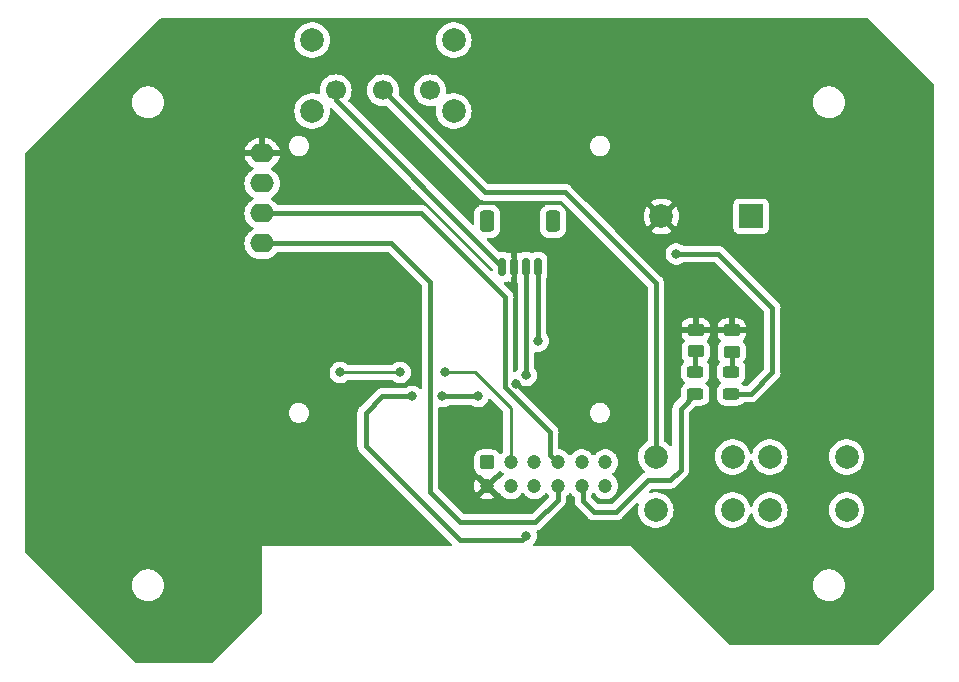
<source format=gbr>
%TF.GenerationSoftware,KiCad,Pcbnew,(7.99.0-200-gad838e3d73)*%
%TF.CreationDate,2024-03-07T11:40:56+07:00*%
%TF.ProjectId,WMS_PCB2,574d535f-5043-4423-922e-6b696361645f,rev?*%
%TF.SameCoordinates,Original*%
%TF.FileFunction,Copper,L2,Bot*%
%TF.FilePolarity,Positive*%
%FSLAX46Y46*%
G04 Gerber Fmt 4.6, Leading zero omitted, Abs format (unit mm)*
G04 Created by KiCad (PCBNEW (7.99.0-200-gad838e3d73)) date 2024-03-07 11:40:56*
%MOMM*%
%LPD*%
G01*
G04 APERTURE LIST*
G04 Aperture macros list*
%AMRoundRect*
0 Rectangle with rounded corners*
0 $1 Rounding radius*
0 $2 $3 $4 $5 $6 $7 $8 $9 X,Y pos of 4 corners*
0 Add a 4 corners polygon primitive as box body*
4,1,4,$2,$3,$4,$5,$6,$7,$8,$9,$2,$3,0*
0 Add four circle primitives for the rounded corners*
1,1,$1+$1,$2,$3*
1,1,$1+$1,$4,$5*
1,1,$1+$1,$6,$7*
1,1,$1+$1,$8,$9*
0 Add four rect primitives between the rounded corners*
20,1,$1+$1,$2,$3,$4,$5,0*
20,1,$1+$1,$4,$5,$6,$7,0*
20,1,$1+$1,$6,$7,$8,$9,0*
20,1,$1+$1,$8,$9,$2,$3,0*%
G04 Aperture macros list end*
%TA.AperFunction,ComponentPad*%
%ADD10C,2.000000*%
%TD*%
%TA.AperFunction,ComponentPad*%
%ADD11C,1.700000*%
%TD*%
%TA.AperFunction,ComponentPad*%
%ADD12RoundRect,0.250000X-0.350000X-0.350000X0.350000X-0.350000X0.350000X0.350000X-0.350000X0.350000X0*%
%TD*%
%TA.AperFunction,ComponentPad*%
%ADD13C,1.200000*%
%TD*%
%TA.AperFunction,SMDPad,CuDef*%
%ADD14RoundRect,0.150000X-0.150000X-0.625000X0.150000X-0.625000X0.150000X0.625000X-0.150000X0.625000X0*%
%TD*%
%TA.AperFunction,SMDPad,CuDef*%
%ADD15RoundRect,0.250000X-0.350000X-0.650000X0.350000X-0.650000X0.350000X0.650000X-0.350000X0.650000X0*%
%TD*%
%TA.AperFunction,SMDPad,CuDef*%
%ADD16RoundRect,0.250000X-0.450000X0.262500X-0.450000X-0.262500X0.450000X-0.262500X0.450000X0.262500X0*%
%TD*%
%TA.AperFunction,ComponentPad*%
%ADD17R,2.000000X2.000000*%
%TD*%
%TA.AperFunction,ComponentPad*%
%ADD18O,2.000000X1.600000*%
%TD*%
%TA.AperFunction,SMDPad,CuDef*%
%ADD19RoundRect,0.243750X-0.456250X0.243750X-0.456250X-0.243750X0.456250X-0.243750X0.456250X0.243750X0*%
%TD*%
%TA.AperFunction,ViaPad*%
%ADD20C,0.800000*%
%TD*%
%TA.AperFunction,Conductor*%
%ADD21C,0.400000*%
%TD*%
%TA.AperFunction,Conductor*%
%ADD22C,0.250000*%
%TD*%
G04 APERTURE END LIST*
D10*
%TO.P,SW1,1,A*%
%TO.N,/PCB1 : Subsistem Data Processing\u002C Gateway\u002C Power/POWER_BUTTON_OUT*%
X232462000Y-99858000D03*
X238962000Y-99858000D03*
%TO.P,SW1,2,B*%
%TO.N,P13_4*%
X232462000Y-104358000D03*
X238962000Y-104358000D03*
%TD*%
%TO.P,SW4,*%
%TO.N,*%
X215360000Y-70582500D03*
X215360000Y-64582500D03*
X203360000Y-70582500D03*
X203360000Y-64582500D03*
D11*
%TO.P,SW4,1,A*%
%TO.N,/PCB1 : Subsistem Data Processing\u002C Gateway\u002C Power/POWER_RFID*%
X213360000Y-68832500D03*
%TO.P,SW4,2,B*%
%TO.N,/PCB1 : Subsistem Data Processing\u002C Gateway\u002C Power/POWER_BUTTON_OUT*%
X209360000Y-68832500D03*
%TO.P,SW4,3,C*%
%TO.N,/PCB1 : Subsistem Data Processing\u002C Gateway\u002C Power/POWER_BARCODE*%
X205360000Y-68832500D03*
%TD*%
D10*
%TO.P,SW3,1,A*%
%TO.N,/PCB1 : Subsistem Data Processing\u002C Gateway\u002C Power/POWER_BUTTON_OUT*%
X242114000Y-99858000D03*
X248614000Y-99858000D03*
%TO.P,SW3,2,B*%
%TO.N,P13_6*%
X242114000Y-104358000D03*
X248614000Y-104358000D03*
%TD*%
D12*
%TO.P,J5,1,Pin_1*%
%TO.N,+5V*%
X218186000Y-100330000D03*
D13*
%TO.P,J5,2,Pin_2*%
%TO.N,GND*%
X218186000Y-102330000D03*
%TO.P,J5,3,Pin_3*%
%TO.N,P12_0*%
X220186000Y-100330000D03*
%TO.P,J5,4,Pin_4*%
%TO.N,P12_1*%
X220186000Y-102330000D03*
%TO.P,J5,5,Pin_5*%
%TO.N,P9_1*%
X222186000Y-100330000D03*
%TO.P,J5,6,Pin_6*%
%TO.N,P9_0*%
X222186000Y-102330000D03*
%TO.P,J5,7,Pin_7*%
%TO.N,P6_0*%
X224186000Y-100330000D03*
%TO.P,J5,8,Pin_8*%
%TO.N,P6_1*%
X224186000Y-102330000D03*
%TO.P,J5,9,Pin_9*%
%TO.N,P9_2*%
X226186000Y-100330000D03*
%TO.P,J5,10,Pin_10*%
%TO.N,P9_4*%
X226186000Y-102330000D03*
%TO.P,J5,11,Pin_11*%
%TO.N,P12_3*%
X228186000Y-100330000D03*
%TO.P,J5,12,Pin_12*%
%TO.N,unconnected-(J5-Pin_12-Pad12)*%
X228186000Y-102330000D03*
%TD*%
D14*
%TO.P,U4,1,5V*%
%TO.N,/PCB1 : Subsistem Data Processing\u002C Gateway\u002C Power/POWER_BARCODE*%
X219480000Y-83788000D03*
%TO.P,U4,2,GND*%
%TO.N,GND*%
X220480000Y-83788000D03*
%TO.P,U4,3,TX*%
%TO.N,P9_1*%
X221480000Y-83788000D03*
%TO.P,U4,4,RX*%
%TO.N,P9_0*%
X222480000Y-83788000D03*
D15*
%TO.P,U4,MP*%
%TO.N,N/C*%
X218180000Y-79913000D03*
X223780000Y-79913000D03*
%TD*%
D16*
%TO.P,R2,1*%
%TO.N,GND*%
X235839000Y-89107000D03*
%TO.P,R2,2*%
%TO.N,Net-(D2-K)*%
X235839000Y-90932000D03*
%TD*%
D17*
%TO.P,BZ1,1,+*%
%TO.N,P12_3*%
X240537999Y-79501999D03*
D10*
%TO.P,BZ1,2,-*%
%TO.N,GND*%
X232938000Y-79502000D03*
%TD*%
D18*
%TO.P,Brd1,1,GND*%
%TO.N,GND*%
X199135999Y-74167999D03*
%TO.P,Brd1,2,VCC*%
%TO.N,+5V*%
X199135999Y-76707999D03*
%TO.P,Brd1,3,SCL*%
%TO.N,P6_0*%
X199135999Y-79247999D03*
%TO.P,Brd1,4,SDA*%
%TO.N,P6_1*%
X199135999Y-81787999D03*
%TD*%
D19*
%TO.P,D1,1,K*%
%TO.N,Net-(D1-K)*%
X238842000Y-92659500D03*
%TO.P,D1,2,A*%
%TO.N,P9_2*%
X238842000Y-94534500D03*
%TD*%
%TO.P,D2,1,K*%
%TO.N,Net-(D2-K)*%
X235802000Y-92659500D03*
%TO.P,D2,2,A*%
%TO.N,P9_4*%
X235802000Y-94534500D03*
%TD*%
D16*
%TO.P,R1,1*%
%TO.N,GND*%
X238887000Y-89154000D03*
%TO.P,R1,2*%
%TO.N,Net-(D1-K)*%
X238887000Y-90979000D03*
%TD*%
D20*
%TO.N,GND*%
X220599000Y-93726000D03*
X218567000Y-96266000D03*
%TO.N,P9_2*%
X234188000Y-82677000D03*
%TO.N,P9_0*%
X211836000Y-94742000D03*
X217424000Y-94742000D03*
X214376000Y-94742000D03*
X222504000Y-90043000D03*
X221488000Y-106553000D03*
%TO.N,P9_1*%
X221488000Y-92964000D03*
%TO.N,P12_0*%
X210820000Y-92710000D03*
X205740000Y-92710000D03*
X214630000Y-92710000D03*
%TD*%
D21*
%TO.N,P6_0*%
X219710000Y-93980000D02*
X223520000Y-97790000D01*
X223520000Y-97790000D02*
X223520000Y-99664000D01*
X223520000Y-99664000D02*
X224186000Y-100330000D01*
X212598000Y-79248000D02*
X219710000Y-86360000D01*
X199136000Y-79248000D02*
X212598000Y-79248000D01*
X219710000Y-86360000D02*
X219710000Y-93980000D01*
%TO.N,P6_1*%
X224186000Y-103474000D02*
X224186000Y-102330000D01*
X213360000Y-102870000D02*
X215900000Y-105410000D01*
X199136000Y-81788000D02*
X210058000Y-81788000D01*
X222250000Y-105410000D02*
X224186000Y-103474000D01*
X213360000Y-85090000D02*
X213360000Y-102870000D01*
X215900000Y-105410000D02*
X222250000Y-105410000D01*
X210058000Y-81788000D02*
X213360000Y-85090000D01*
%TO.N,Net-(D1-K)*%
X238887000Y-90979000D02*
X238887000Y-92614500D01*
X238887000Y-92614500D02*
X238842000Y-92659500D01*
%TO.N,P9_2*%
X242062000Y-86995000D02*
X237744000Y-82677000D01*
X237744000Y-82677000D02*
X234188000Y-82677000D01*
X240491500Y-94534500D02*
X242316000Y-92710000D01*
X242316000Y-92710000D02*
X242316000Y-87249000D01*
X242316000Y-87249000D02*
X242062000Y-86995000D01*
X238842000Y-94534500D02*
X240491500Y-94534500D01*
%TO.N,Net-(D2-K)*%
X235802000Y-90969000D02*
X235802000Y-92659500D01*
X235839000Y-90932000D02*
X235802000Y-90969000D01*
%TO.N,P9_4*%
X229108000Y-104521000D02*
X227203000Y-104521000D01*
X235802000Y-94534500D02*
X234569000Y-95767500D01*
X226314000Y-102458000D02*
X226186000Y-102330000D01*
X234569000Y-95767500D02*
X234569000Y-100965000D01*
X234569000Y-100965000D02*
X233680000Y-101854000D01*
X226314000Y-103632000D02*
X226314000Y-102458000D01*
X233680000Y-101854000D02*
X231775000Y-101854000D01*
X227203000Y-104521000D02*
X226314000Y-103632000D01*
X231775000Y-101854000D02*
X229108000Y-104521000D01*
%TO.N,P9_0*%
X207899000Y-98933000D02*
X215900000Y-106934000D01*
X209296000Y-94742000D02*
X207899000Y-96139000D01*
X211836000Y-94742000D02*
X209296000Y-94742000D01*
X217424000Y-94742000D02*
X214376000Y-94742000D01*
X221107000Y-106934000D02*
X221488000Y-106553000D01*
X222480000Y-90019000D02*
X222504000Y-90043000D01*
X215900000Y-106934000D02*
X221107000Y-106934000D01*
X222480000Y-83788000D02*
X222480000Y-90019000D01*
X207899000Y-96139000D02*
X207899000Y-98933000D01*
%TO.N,P9_1*%
X221615000Y-92964000D02*
X221488000Y-92837000D01*
X221480000Y-83788000D02*
X221480000Y-92829000D01*
X221480000Y-92829000D02*
X221488000Y-92837000D01*
X221488000Y-92964000D02*
X221615000Y-92964000D01*
X221488000Y-92837000D02*
X221488000Y-92964000D01*
D22*
%TO.N,P12_0*%
X214630000Y-92710000D02*
X217170000Y-92710000D01*
X217170000Y-92710000D02*
X220186000Y-95726000D01*
X205740000Y-92710000D02*
X210820000Y-92710000D01*
X220186000Y-95726000D02*
X220186000Y-100330000D01*
D21*
%TO.N,/PCB1 : Subsistem Data Processing\u002C Gateway\u002C Power/POWER_BUTTON_OUT*%
X217997500Y-77470000D02*
X224790000Y-77470000D01*
X209360000Y-68832500D02*
X217997500Y-77470000D01*
X232462000Y-85142000D02*
X232462000Y-99858000D01*
X224790000Y-77470000D02*
X232462000Y-85142000D01*
%TO.N,/PCB1 : Subsistem Data Processing\u002C Gateway\u002C Power/POWER_BARCODE*%
X219480000Y-83788000D02*
X205360000Y-69668000D01*
X205360000Y-69668000D02*
X205360000Y-68832500D01*
%TD*%
%TA.AperFunction,Conductor*%
%TO.N,GND*%
G36*
X250439883Y-62747939D02*
G01*
X250480111Y-62774819D01*
X255995181Y-68289888D01*
X256022061Y-68330116D01*
X256031500Y-68377569D01*
X256031500Y-110946431D01*
X256022061Y-110993884D01*
X255995181Y-111034112D01*
X251242111Y-115787181D01*
X251201883Y-115814061D01*
X251154430Y-115823500D01*
X238811570Y-115823500D01*
X238764117Y-115814061D01*
X238723889Y-115787181D01*
X233680708Y-110744000D01*
X245786341Y-110744000D01*
X245806937Y-110979408D01*
X245808336Y-110984630D01*
X245808337Y-110984634D01*
X245866694Y-111202430D01*
X245866697Y-111202438D01*
X245868097Y-111207663D01*
X245967965Y-111421829D01*
X246103505Y-111615401D01*
X246270599Y-111782495D01*
X246464171Y-111918035D01*
X246678337Y-112017903D01*
X246906592Y-112079063D01*
X247083034Y-112094500D01*
X247198258Y-112094500D01*
X247200966Y-112094500D01*
X247377408Y-112079063D01*
X247605663Y-112017903D01*
X247819829Y-111918035D01*
X248013401Y-111782495D01*
X248180495Y-111615401D01*
X248316035Y-111421830D01*
X248415903Y-111207663D01*
X248477063Y-110979408D01*
X248497659Y-110744000D01*
X248477063Y-110508592D01*
X248415903Y-110280337D01*
X248316035Y-110066171D01*
X248180495Y-109872599D01*
X248013401Y-109705505D01*
X247819829Y-109569965D01*
X247605663Y-109470097D01*
X247600438Y-109468697D01*
X247600430Y-109468694D01*
X247382634Y-109410337D01*
X247382630Y-109410336D01*
X247377408Y-109408937D01*
X247372020Y-109408465D01*
X247372017Y-109408465D01*
X247203664Y-109393736D01*
X247203662Y-109393735D01*
X247200966Y-109393500D01*
X247083034Y-109393500D01*
X247080338Y-109393735D01*
X247080335Y-109393736D01*
X246911982Y-109408465D01*
X246911977Y-109408465D01*
X246906592Y-109408937D01*
X246901371Y-109410335D01*
X246901365Y-109410337D01*
X246683569Y-109468694D01*
X246683557Y-109468698D01*
X246678337Y-109470097D01*
X246673432Y-109472383D01*
X246673427Y-109472386D01*
X246469081Y-109567675D01*
X246469077Y-109567677D01*
X246464171Y-109569965D01*
X246459738Y-109573068D01*
X246459731Y-109573073D01*
X246275034Y-109702399D01*
X246275029Y-109702402D01*
X246270599Y-109705505D01*
X246266775Y-109709328D01*
X246266769Y-109709334D01*
X246107336Y-109868767D01*
X246107330Y-109868773D01*
X246103505Y-109872599D01*
X246100406Y-109877023D01*
X246100399Y-109877033D01*
X245971066Y-110061740D01*
X245971061Y-110061747D01*
X245967965Y-110066170D01*
X245965683Y-110071061D01*
X245965678Y-110071072D01*
X245870386Y-110275427D01*
X245870383Y-110275432D01*
X245868097Y-110280337D01*
X245866698Y-110285557D01*
X245866694Y-110285569D01*
X245808337Y-110503365D01*
X245808335Y-110503371D01*
X245806937Y-110508592D01*
X245786341Y-110744000D01*
X233680708Y-110744000D01*
X230387010Y-107450302D01*
X230378423Y-107441715D01*
X230378383Y-107441617D01*
X230378284Y-107441576D01*
X230378000Y-107441458D01*
X230377899Y-107441500D01*
X222176425Y-107441500D01*
X222118976Y-107427389D01*
X222074602Y-107388268D01*
X222053403Y-107333040D01*
X222060203Y-107274276D01*
X222092323Y-107227012D01*
X222093871Y-107225888D01*
X222220533Y-107085216D01*
X222315179Y-106921284D01*
X222373674Y-106741256D01*
X222393460Y-106553000D01*
X222373674Y-106364744D01*
X222336841Y-106251387D01*
X222334142Y-106184363D01*
X222366743Y-106125739D01*
X222419196Y-106096019D01*
X222418864Y-106095143D01*
X222418872Y-106095140D01*
X222428332Y-106091551D01*
X222449959Y-106085522D01*
X222459932Y-106083695D01*
X222514808Y-106058996D01*
X222521673Y-106056152D01*
X222577930Y-106034818D01*
X222586264Y-106029064D01*
X222605821Y-106018034D01*
X222615057Y-106013878D01*
X222662413Y-105976775D01*
X222668420Y-105972355D01*
X222717929Y-105938183D01*
X222757822Y-105893151D01*
X222762924Y-105887731D01*
X224663731Y-103986924D01*
X224669151Y-103981822D01*
X224714183Y-103941929D01*
X224748362Y-103892410D01*
X224752779Y-103886407D01*
X224789877Y-103839057D01*
X224794030Y-103829826D01*
X224805058Y-103810272D01*
X224810818Y-103801930D01*
X224832149Y-103745680D01*
X224835014Y-103738766D01*
X224856614Y-103690776D01*
X224856614Y-103690773D01*
X224859694Y-103683932D01*
X224861518Y-103673974D01*
X224867548Y-103652340D01*
X224871140Y-103642872D01*
X224878389Y-103583165D01*
X224879516Y-103575762D01*
X224890357Y-103516606D01*
X224886726Y-103456578D01*
X224886500Y-103449091D01*
X224886500Y-103235319D01*
X224897065Y-103185233D01*
X224926962Y-103143682D01*
X224974135Y-103100678D01*
X225002764Y-103074579D01*
X225074812Y-102979172D01*
X225087046Y-102962972D01*
X225130728Y-102926698D01*
X225186000Y-102913698D01*
X225241272Y-102926698D01*
X225284954Y-102962972D01*
X225365774Y-103069996D01*
X225365778Y-103070000D01*
X225369236Y-103074579D01*
X225373472Y-103078440D01*
X225373476Y-103078445D01*
X225475227Y-103171203D01*
X225519959Y-103211981D01*
X225554777Y-103233539D01*
X225597829Y-103278627D01*
X225613500Y-103338966D01*
X225613500Y-103607079D01*
X225613274Y-103614567D01*
X225610094Y-103667118D01*
X225610094Y-103667126D01*
X225609642Y-103674606D01*
X225610993Y-103681982D01*
X225610994Y-103681987D01*
X225620483Y-103733771D01*
X225621610Y-103741171D01*
X225627955Y-103793425D01*
X225627956Y-103793430D01*
X225628860Y-103800872D01*
X225631519Y-103807885D01*
X225631521Y-103807891D01*
X225632450Y-103810340D01*
X225638475Y-103831952D01*
X225638951Y-103834551D01*
X225638954Y-103834560D01*
X225640305Y-103841932D01*
X225643382Y-103848769D01*
X225643383Y-103848772D01*
X225664991Y-103896784D01*
X225667857Y-103903702D01*
X225689182Y-103959930D01*
X225693442Y-103966102D01*
X225693445Y-103966107D01*
X225694937Y-103968268D01*
X225705959Y-103987810D01*
X225707039Y-103990210D01*
X225707044Y-103990219D01*
X225710122Y-103997057D01*
X225714745Y-104002958D01*
X225714747Y-104002961D01*
X225747216Y-104044404D01*
X225751636Y-104050410D01*
X225785817Y-104099929D01*
X225830847Y-104139822D01*
X225836282Y-104144939D01*
X226690059Y-104998716D01*
X226695193Y-105004170D01*
X226735071Y-105049183D01*
X226784577Y-105083355D01*
X226790597Y-105087785D01*
X226837943Y-105124878D01*
X226844779Y-105127954D01*
X226844785Y-105127958D01*
X226847179Y-105129035D01*
X226866733Y-105140063D01*
X226875070Y-105145818D01*
X226931288Y-105167138D01*
X226931296Y-105167141D01*
X226938217Y-105170007D01*
X226993069Y-105194695D01*
X227003041Y-105196522D01*
X227024656Y-105202547D01*
X227034128Y-105206140D01*
X227091831Y-105213146D01*
X227093815Y-105213387D01*
X227101222Y-105214514D01*
X227160394Y-105225358D01*
X227220433Y-105221725D01*
X227227921Y-105221500D01*
X229083079Y-105221500D01*
X229090566Y-105221725D01*
X229150606Y-105225358D01*
X229209782Y-105214513D01*
X229217181Y-105213387D01*
X229276872Y-105206140D01*
X229286332Y-105202551D01*
X229307959Y-105196522D01*
X229317932Y-105194695D01*
X229372808Y-105169996D01*
X229379673Y-105167152D01*
X229435930Y-105145818D01*
X229444264Y-105140064D01*
X229463821Y-105129034D01*
X229473057Y-105124878D01*
X229520413Y-105087775D01*
X229526420Y-105083355D01*
X229575929Y-105049183D01*
X229615822Y-105004151D01*
X229620924Y-104998731D01*
X230816959Y-103802696D01*
X230872214Y-103770693D01*
X230936071Y-103770429D01*
X230991591Y-103801976D01*
X231024052Y-103856967D01*
X231024844Y-103920819D01*
X230978151Y-104105203D01*
X230978148Y-104105215D01*
X230976892Y-104110179D01*
X230976468Y-104115288D01*
X230976467Y-104115298D01*
X230956781Y-104352883D01*
X230956357Y-104358000D01*
X230956781Y-104363117D01*
X230976467Y-104600701D01*
X230976468Y-104600709D01*
X230976892Y-104605821D01*
X230978149Y-104610788D01*
X230978151Y-104610795D01*
X231036678Y-104841910D01*
X231037937Y-104846881D01*
X231039997Y-104851577D01*
X231135766Y-105069910D01*
X231135769Y-105069916D01*
X231137827Y-105074607D01*
X231140627Y-105078893D01*
X231140631Y-105078900D01*
X231233944Y-105221726D01*
X231273836Y-105282785D01*
X231277310Y-105286559D01*
X231277311Y-105286560D01*
X231438784Y-105461967D01*
X231438787Y-105461970D01*
X231442256Y-105465738D01*
X231638491Y-105618474D01*
X231857190Y-105736828D01*
X232092386Y-105817571D01*
X232337665Y-105858500D01*
X232581201Y-105858500D01*
X232586335Y-105858500D01*
X232831614Y-105817571D01*
X233066810Y-105736828D01*
X233285509Y-105618474D01*
X233481744Y-105465738D01*
X233650164Y-105282785D01*
X233786173Y-105074607D01*
X233886063Y-104846881D01*
X233947108Y-104605821D01*
X233967643Y-104358000D01*
X237456357Y-104358000D01*
X237456781Y-104363117D01*
X237476467Y-104600701D01*
X237476468Y-104600709D01*
X237476892Y-104605821D01*
X237478149Y-104610788D01*
X237478151Y-104610795D01*
X237536678Y-104841910D01*
X237537937Y-104846881D01*
X237539997Y-104851577D01*
X237635766Y-105069910D01*
X237635769Y-105069916D01*
X237637827Y-105074607D01*
X237640627Y-105078893D01*
X237640631Y-105078900D01*
X237733944Y-105221726D01*
X237773836Y-105282785D01*
X237777310Y-105286559D01*
X237777311Y-105286560D01*
X237938784Y-105461967D01*
X237938787Y-105461970D01*
X237942256Y-105465738D01*
X238138491Y-105618474D01*
X238357190Y-105736828D01*
X238592386Y-105817571D01*
X238837665Y-105858500D01*
X239081201Y-105858500D01*
X239086335Y-105858500D01*
X239331614Y-105817571D01*
X239566810Y-105736828D01*
X239785509Y-105618474D01*
X239981744Y-105465738D01*
X240150164Y-105282785D01*
X240286173Y-105074607D01*
X240386063Y-104846881D01*
X240417794Y-104721577D01*
X240449597Y-104665065D01*
X240505576Y-104632332D01*
X240570424Y-104632332D01*
X240626403Y-104665065D01*
X240658205Y-104721577D01*
X240689937Y-104846881D01*
X240691997Y-104851577D01*
X240787766Y-105069910D01*
X240787769Y-105069916D01*
X240789827Y-105074607D01*
X240792627Y-105078893D01*
X240792631Y-105078900D01*
X240885944Y-105221726D01*
X240925836Y-105282785D01*
X240929310Y-105286559D01*
X240929311Y-105286560D01*
X241090784Y-105461967D01*
X241090787Y-105461970D01*
X241094256Y-105465738D01*
X241290491Y-105618474D01*
X241509190Y-105736828D01*
X241744386Y-105817571D01*
X241989665Y-105858500D01*
X242233201Y-105858500D01*
X242238335Y-105858500D01*
X242483614Y-105817571D01*
X242718810Y-105736828D01*
X242937509Y-105618474D01*
X243133744Y-105465738D01*
X243302164Y-105282785D01*
X243438173Y-105074607D01*
X243538063Y-104846881D01*
X243599108Y-104605821D01*
X243619643Y-104358000D01*
X247108357Y-104358000D01*
X247108781Y-104363117D01*
X247128467Y-104600701D01*
X247128468Y-104600709D01*
X247128892Y-104605821D01*
X247130149Y-104610788D01*
X247130151Y-104610795D01*
X247188678Y-104841910D01*
X247189937Y-104846881D01*
X247191997Y-104851577D01*
X247287766Y-105069910D01*
X247287769Y-105069916D01*
X247289827Y-105074607D01*
X247292627Y-105078893D01*
X247292631Y-105078900D01*
X247385944Y-105221726D01*
X247425836Y-105282785D01*
X247429310Y-105286559D01*
X247429311Y-105286560D01*
X247590784Y-105461967D01*
X247590787Y-105461970D01*
X247594256Y-105465738D01*
X247790491Y-105618474D01*
X248009190Y-105736828D01*
X248244386Y-105817571D01*
X248489665Y-105858500D01*
X248733201Y-105858500D01*
X248738335Y-105858500D01*
X248983614Y-105817571D01*
X249218810Y-105736828D01*
X249437509Y-105618474D01*
X249633744Y-105465738D01*
X249802164Y-105282785D01*
X249938173Y-105074607D01*
X250038063Y-104846881D01*
X250099108Y-104605821D01*
X250119643Y-104358000D01*
X250099108Y-104110179D01*
X250038063Y-103869119D01*
X249938173Y-103641393D01*
X249802164Y-103433215D01*
X249699247Y-103321417D01*
X249637215Y-103254032D01*
X249637211Y-103254029D01*
X249633744Y-103250262D01*
X249437509Y-103097526D01*
X249432180Y-103094642D01*
X249223316Y-102981610D01*
X249223310Y-102981607D01*
X249218810Y-102979172D01*
X249213969Y-102977510D01*
X249213962Y-102977507D01*
X248988465Y-102900094D01*
X248988461Y-102900093D01*
X248983614Y-102898429D01*
X248947328Y-102892374D01*
X248743398Y-102858344D01*
X248743387Y-102858343D01*
X248738335Y-102857500D01*
X248489665Y-102857500D01*
X248484613Y-102858343D01*
X248484601Y-102858344D01*
X248249443Y-102897585D01*
X248249441Y-102897585D01*
X248244386Y-102898429D01*
X248239541Y-102900092D01*
X248239534Y-102900094D01*
X248014037Y-102977507D01*
X248014026Y-102977511D01*
X248009190Y-102979172D01*
X248004693Y-102981605D01*
X248004683Y-102981610D01*
X247795002Y-103095084D01*
X247794995Y-103095088D01*
X247790491Y-103097526D01*
X247786448Y-103100672D01*
X247786440Y-103100678D01*
X247598304Y-103247111D01*
X247594256Y-103250262D01*
X247590793Y-103254023D01*
X247590784Y-103254032D01*
X247429311Y-103429439D01*
X247429305Y-103429446D01*
X247425836Y-103433215D01*
X247423031Y-103437506D01*
X247423028Y-103437512D01*
X247292631Y-103637099D01*
X247292624Y-103637111D01*
X247289827Y-103641393D01*
X247287772Y-103646077D01*
X247287766Y-103646089D01*
X247198862Y-103848772D01*
X247189937Y-103869119D01*
X247188679Y-103874084D01*
X247188678Y-103874089D01*
X247130151Y-104105204D01*
X247130149Y-104105213D01*
X247128892Y-104110179D01*
X247128468Y-104115288D01*
X247128467Y-104115298D01*
X247108781Y-104352883D01*
X247108357Y-104358000D01*
X243619643Y-104358000D01*
X243599108Y-104110179D01*
X243538063Y-103869119D01*
X243438173Y-103641393D01*
X243302164Y-103433215D01*
X243199247Y-103321417D01*
X243137215Y-103254032D01*
X243137211Y-103254029D01*
X243133744Y-103250262D01*
X242937509Y-103097526D01*
X242932180Y-103094642D01*
X242723316Y-102981610D01*
X242723310Y-102981607D01*
X242718810Y-102979172D01*
X242713969Y-102977510D01*
X242713962Y-102977507D01*
X242488465Y-102900094D01*
X242488461Y-102900093D01*
X242483614Y-102898429D01*
X242447328Y-102892374D01*
X242243398Y-102858344D01*
X242243387Y-102858343D01*
X242238335Y-102857500D01*
X241989665Y-102857500D01*
X241984613Y-102858343D01*
X241984601Y-102858344D01*
X241749443Y-102897585D01*
X241749441Y-102897585D01*
X241744386Y-102898429D01*
X241739541Y-102900092D01*
X241739534Y-102900094D01*
X241514037Y-102977507D01*
X241514026Y-102977511D01*
X241509190Y-102979172D01*
X241504693Y-102981605D01*
X241504683Y-102981610D01*
X241295002Y-103095084D01*
X241294995Y-103095088D01*
X241290491Y-103097526D01*
X241286448Y-103100672D01*
X241286440Y-103100678D01*
X241098304Y-103247111D01*
X241094256Y-103250262D01*
X241090793Y-103254023D01*
X241090784Y-103254032D01*
X240929311Y-103429439D01*
X240929305Y-103429446D01*
X240925836Y-103433215D01*
X240923031Y-103437506D01*
X240923028Y-103437512D01*
X240792631Y-103637099D01*
X240792624Y-103637111D01*
X240789827Y-103641393D01*
X240787772Y-103646077D01*
X240787766Y-103646089D01*
X240698862Y-103848772D01*
X240689937Y-103869119D01*
X240688679Y-103874084D01*
X240688678Y-103874089D01*
X240658206Y-103994421D01*
X240626403Y-104050934D01*
X240570423Y-104083667D01*
X240505577Y-104083667D01*
X240449597Y-104050934D01*
X240417794Y-103994421D01*
X240410624Y-103966107D01*
X240386063Y-103869119D01*
X240286173Y-103641393D01*
X240150164Y-103433215D01*
X240047247Y-103321417D01*
X239985215Y-103254032D01*
X239985211Y-103254029D01*
X239981744Y-103250262D01*
X239785509Y-103097526D01*
X239780180Y-103094642D01*
X239571316Y-102981610D01*
X239571310Y-102981607D01*
X239566810Y-102979172D01*
X239561969Y-102977510D01*
X239561962Y-102977507D01*
X239336465Y-102900094D01*
X239336461Y-102900093D01*
X239331614Y-102898429D01*
X239295328Y-102892374D01*
X239091398Y-102858344D01*
X239091387Y-102858343D01*
X239086335Y-102857500D01*
X238837665Y-102857500D01*
X238832613Y-102858343D01*
X238832601Y-102858344D01*
X238597443Y-102897585D01*
X238597441Y-102897585D01*
X238592386Y-102898429D01*
X238587541Y-102900092D01*
X238587534Y-102900094D01*
X238362037Y-102977507D01*
X238362026Y-102977511D01*
X238357190Y-102979172D01*
X238352693Y-102981605D01*
X238352683Y-102981610D01*
X238143002Y-103095084D01*
X238142995Y-103095088D01*
X238138491Y-103097526D01*
X238134448Y-103100672D01*
X238134440Y-103100678D01*
X237946304Y-103247111D01*
X237942256Y-103250262D01*
X237938793Y-103254023D01*
X237938784Y-103254032D01*
X237777311Y-103429439D01*
X237777305Y-103429446D01*
X237773836Y-103433215D01*
X237771031Y-103437506D01*
X237771028Y-103437512D01*
X237640631Y-103637099D01*
X237640624Y-103637111D01*
X237637827Y-103641393D01*
X237635772Y-103646077D01*
X237635766Y-103646089D01*
X237546862Y-103848772D01*
X237537937Y-103869119D01*
X237536679Y-103874084D01*
X237536678Y-103874089D01*
X237478151Y-104105204D01*
X237478149Y-104105213D01*
X237476892Y-104110179D01*
X237476468Y-104115288D01*
X237476467Y-104115298D01*
X237456781Y-104352883D01*
X237456357Y-104358000D01*
X233967643Y-104358000D01*
X233947108Y-104110179D01*
X233886063Y-103869119D01*
X233786173Y-103641393D01*
X233650164Y-103433215D01*
X233547247Y-103321417D01*
X233485215Y-103254032D01*
X233485211Y-103254029D01*
X233481744Y-103250262D01*
X233285509Y-103097526D01*
X233280180Y-103094642D01*
X233071316Y-102981610D01*
X233071310Y-102981607D01*
X233066810Y-102979172D01*
X233061969Y-102977510D01*
X233061962Y-102977507D01*
X232836465Y-102900094D01*
X232836461Y-102900093D01*
X232831614Y-102898429D01*
X232795328Y-102892374D01*
X232591398Y-102858344D01*
X232591387Y-102858343D01*
X232586335Y-102857500D01*
X232337665Y-102857500D01*
X232332613Y-102858343D01*
X232332601Y-102858344D01*
X232097443Y-102897585D01*
X232097441Y-102897585D01*
X232092386Y-102898429D01*
X232087544Y-102900091D01*
X232087541Y-102900092D01*
X232034134Y-102918427D01*
X231968424Y-102922506D01*
X231909888Y-102892374D01*
X231875027Y-102836526D01*
X231873667Y-102770704D01*
X231906188Y-102713467D01*
X232028840Y-102590815D01*
X232069065Y-102563939D01*
X232116518Y-102554500D01*
X233655079Y-102554500D01*
X233662566Y-102554725D01*
X233722606Y-102558358D01*
X233781782Y-102547513D01*
X233789181Y-102546387D01*
X233848872Y-102539140D01*
X233858332Y-102535551D01*
X233879959Y-102529522D01*
X233889932Y-102527695D01*
X233944808Y-102502996D01*
X233951673Y-102500152D01*
X234007930Y-102478818D01*
X234016264Y-102473064D01*
X234035821Y-102462034D01*
X234045057Y-102457878D01*
X234092413Y-102420775D01*
X234098420Y-102416355D01*
X234147929Y-102382183D01*
X234187822Y-102337151D01*
X234192924Y-102331731D01*
X235046731Y-101477924D01*
X235052151Y-101472822D01*
X235097183Y-101432929D01*
X235131355Y-101383420D01*
X235135775Y-101377413D01*
X235172878Y-101330057D01*
X235177034Y-101320821D01*
X235188064Y-101301264D01*
X235193818Y-101292930D01*
X235215145Y-101236690D01*
X235218010Y-101229776D01*
X235242695Y-101174931D01*
X235244522Y-101164957D01*
X235250548Y-101143340D01*
X235254140Y-101133872D01*
X235261386Y-101074184D01*
X235262514Y-101066776D01*
X235263680Y-101060415D01*
X235273358Y-101007606D01*
X235269725Y-100947566D01*
X235269500Y-100940079D01*
X235269500Y-99858000D01*
X237456357Y-99858000D01*
X237456781Y-99863117D01*
X237476467Y-100100701D01*
X237476468Y-100100709D01*
X237476892Y-100105821D01*
X237478149Y-100110788D01*
X237478151Y-100110795D01*
X237532216Y-100324291D01*
X237537937Y-100346881D01*
X237539997Y-100351577D01*
X237635766Y-100569910D01*
X237635769Y-100569916D01*
X237637827Y-100574607D01*
X237640627Y-100578893D01*
X237640631Y-100578900D01*
X237703314Y-100674843D01*
X237773836Y-100782785D01*
X237777310Y-100786559D01*
X237777311Y-100786560D01*
X237938784Y-100961967D01*
X237938787Y-100961970D01*
X237942256Y-100965738D01*
X238138491Y-101118474D01*
X238357190Y-101236828D01*
X238592386Y-101317571D01*
X238837665Y-101358500D01*
X239081201Y-101358500D01*
X239086335Y-101358500D01*
X239331614Y-101317571D01*
X239566810Y-101236828D01*
X239785509Y-101118474D01*
X239981744Y-100965738D01*
X240150164Y-100782785D01*
X240286173Y-100574607D01*
X240386063Y-100346881D01*
X240417794Y-100221577D01*
X240449597Y-100165065D01*
X240505576Y-100132332D01*
X240570424Y-100132332D01*
X240626403Y-100165065D01*
X240658205Y-100221577D01*
X240689937Y-100346881D01*
X240691997Y-100351577D01*
X240787766Y-100569910D01*
X240787769Y-100569916D01*
X240789827Y-100574607D01*
X240792627Y-100578893D01*
X240792631Y-100578900D01*
X240855314Y-100674843D01*
X240925836Y-100782785D01*
X240929310Y-100786559D01*
X240929311Y-100786560D01*
X241090784Y-100961967D01*
X241090787Y-100961970D01*
X241094256Y-100965738D01*
X241290491Y-101118474D01*
X241509190Y-101236828D01*
X241744386Y-101317571D01*
X241989665Y-101358500D01*
X242233201Y-101358500D01*
X242238335Y-101358500D01*
X242483614Y-101317571D01*
X242718810Y-101236828D01*
X242937509Y-101118474D01*
X243133744Y-100965738D01*
X243302164Y-100782785D01*
X243438173Y-100574607D01*
X243538063Y-100346881D01*
X243599108Y-100105821D01*
X243619643Y-99858000D01*
X247108357Y-99858000D01*
X247108781Y-99863117D01*
X247128467Y-100100701D01*
X247128468Y-100100709D01*
X247128892Y-100105821D01*
X247130149Y-100110788D01*
X247130151Y-100110795D01*
X247184216Y-100324291D01*
X247189937Y-100346881D01*
X247191997Y-100351577D01*
X247287766Y-100569910D01*
X247287769Y-100569916D01*
X247289827Y-100574607D01*
X247292627Y-100578893D01*
X247292631Y-100578900D01*
X247355314Y-100674843D01*
X247425836Y-100782785D01*
X247429310Y-100786559D01*
X247429311Y-100786560D01*
X247590784Y-100961967D01*
X247590787Y-100961970D01*
X247594256Y-100965738D01*
X247790491Y-101118474D01*
X248009190Y-101236828D01*
X248244386Y-101317571D01*
X248489665Y-101358500D01*
X248733201Y-101358500D01*
X248738335Y-101358500D01*
X248983614Y-101317571D01*
X249218810Y-101236828D01*
X249437509Y-101118474D01*
X249633744Y-100965738D01*
X249802164Y-100782785D01*
X249938173Y-100574607D01*
X250038063Y-100346881D01*
X250099108Y-100105821D01*
X250119643Y-99858000D01*
X250099108Y-99610179D01*
X250038063Y-99369119D01*
X249950366Y-99169190D01*
X249940233Y-99146089D01*
X249940232Y-99146087D01*
X249938173Y-99141393D01*
X249934356Y-99135551D01*
X249866740Y-99032057D01*
X249802164Y-98933215D01*
X249633744Y-98750262D01*
X249437509Y-98597526D01*
X249426339Y-98591481D01*
X249223316Y-98481610D01*
X249223310Y-98481607D01*
X249218810Y-98479172D01*
X249213969Y-98477510D01*
X249213962Y-98477507D01*
X248988465Y-98400094D01*
X248988461Y-98400093D01*
X248983614Y-98398429D01*
X248974768Y-98396952D01*
X248743398Y-98358344D01*
X248743387Y-98358343D01*
X248738335Y-98357500D01*
X248489665Y-98357500D01*
X248484613Y-98358343D01*
X248484601Y-98358344D01*
X248249443Y-98397585D01*
X248249441Y-98397585D01*
X248244386Y-98398429D01*
X248239541Y-98400092D01*
X248239534Y-98400094D01*
X248014037Y-98477507D01*
X248014026Y-98477511D01*
X248009190Y-98479172D01*
X248004693Y-98481605D01*
X248004683Y-98481610D01*
X247795002Y-98595084D01*
X247794995Y-98595088D01*
X247790491Y-98597526D01*
X247786448Y-98600672D01*
X247786440Y-98600678D01*
X247598304Y-98747111D01*
X247594256Y-98750262D01*
X247590793Y-98754023D01*
X247590784Y-98754032D01*
X247429311Y-98929439D01*
X247429305Y-98929446D01*
X247425836Y-98933215D01*
X247423031Y-98937506D01*
X247423028Y-98937512D01*
X247292631Y-99137099D01*
X247292624Y-99137111D01*
X247289827Y-99141393D01*
X247287772Y-99146077D01*
X247287766Y-99146089D01*
X247197693Y-99351436D01*
X247189937Y-99369119D01*
X247188679Y-99374084D01*
X247188678Y-99374089D01*
X247130151Y-99605204D01*
X247130149Y-99605213D01*
X247128892Y-99610179D01*
X247128468Y-99615288D01*
X247128467Y-99615298D01*
X247117457Y-99748179D01*
X247108357Y-99858000D01*
X243619643Y-99858000D01*
X243599108Y-99610179D01*
X243538063Y-99369119D01*
X243450366Y-99169190D01*
X243440233Y-99146089D01*
X243440232Y-99146087D01*
X243438173Y-99141393D01*
X243434356Y-99135551D01*
X243366740Y-99032057D01*
X243302164Y-98933215D01*
X243133744Y-98750262D01*
X242937509Y-98597526D01*
X242926339Y-98591481D01*
X242723316Y-98481610D01*
X242723310Y-98481607D01*
X242718810Y-98479172D01*
X242713969Y-98477510D01*
X242713962Y-98477507D01*
X242488465Y-98400094D01*
X242488461Y-98400093D01*
X242483614Y-98398429D01*
X242474768Y-98396952D01*
X242243398Y-98358344D01*
X242243387Y-98358343D01*
X242238335Y-98357500D01*
X241989665Y-98357500D01*
X241984613Y-98358343D01*
X241984601Y-98358344D01*
X241749443Y-98397585D01*
X241749441Y-98397585D01*
X241744386Y-98398429D01*
X241739541Y-98400092D01*
X241739534Y-98400094D01*
X241514037Y-98477507D01*
X241514026Y-98477511D01*
X241509190Y-98479172D01*
X241504693Y-98481605D01*
X241504683Y-98481610D01*
X241295002Y-98595084D01*
X241294995Y-98595088D01*
X241290491Y-98597526D01*
X241286448Y-98600672D01*
X241286440Y-98600678D01*
X241098304Y-98747111D01*
X241094256Y-98750262D01*
X241090793Y-98754023D01*
X241090784Y-98754032D01*
X240929311Y-98929439D01*
X240929305Y-98929446D01*
X240925836Y-98933215D01*
X240923031Y-98937506D01*
X240923028Y-98937512D01*
X240792631Y-99137099D01*
X240792624Y-99137111D01*
X240789827Y-99141393D01*
X240787772Y-99146077D01*
X240787766Y-99146089D01*
X240697693Y-99351436D01*
X240689937Y-99369119D01*
X240688679Y-99374084D01*
X240688678Y-99374089D01*
X240658206Y-99494421D01*
X240626403Y-99550934D01*
X240570423Y-99583667D01*
X240505577Y-99583667D01*
X240449597Y-99550934D01*
X240417794Y-99494421D01*
X240405660Y-99446506D01*
X240386063Y-99369119D01*
X240298366Y-99169190D01*
X240288233Y-99146089D01*
X240288232Y-99146087D01*
X240286173Y-99141393D01*
X240282356Y-99135551D01*
X240214740Y-99032057D01*
X240150164Y-98933215D01*
X239981744Y-98750262D01*
X239785509Y-98597526D01*
X239774339Y-98591481D01*
X239571316Y-98481610D01*
X239571310Y-98481607D01*
X239566810Y-98479172D01*
X239561969Y-98477510D01*
X239561962Y-98477507D01*
X239336465Y-98400094D01*
X239336461Y-98400093D01*
X239331614Y-98398429D01*
X239322768Y-98396952D01*
X239091398Y-98358344D01*
X239091387Y-98358343D01*
X239086335Y-98357500D01*
X238837665Y-98357500D01*
X238832613Y-98358343D01*
X238832601Y-98358344D01*
X238597443Y-98397585D01*
X238597441Y-98397585D01*
X238592386Y-98398429D01*
X238587541Y-98400092D01*
X238587534Y-98400094D01*
X238362037Y-98477507D01*
X238362026Y-98477511D01*
X238357190Y-98479172D01*
X238352693Y-98481605D01*
X238352683Y-98481610D01*
X238143002Y-98595084D01*
X238142995Y-98595088D01*
X238138491Y-98597526D01*
X238134448Y-98600672D01*
X238134440Y-98600678D01*
X237946304Y-98747111D01*
X237942256Y-98750262D01*
X237938793Y-98754023D01*
X237938784Y-98754032D01*
X237777311Y-98929439D01*
X237777305Y-98929446D01*
X237773836Y-98933215D01*
X237771031Y-98937506D01*
X237771028Y-98937512D01*
X237640631Y-99137099D01*
X237640624Y-99137111D01*
X237637827Y-99141393D01*
X237635772Y-99146077D01*
X237635766Y-99146089D01*
X237545693Y-99351436D01*
X237537937Y-99369119D01*
X237536679Y-99374084D01*
X237536678Y-99374089D01*
X237478151Y-99605204D01*
X237478149Y-99605213D01*
X237476892Y-99610179D01*
X237476468Y-99615288D01*
X237476467Y-99615298D01*
X237465457Y-99748179D01*
X237456357Y-99858000D01*
X235269500Y-99858000D01*
X235269500Y-96109019D01*
X235278939Y-96061566D01*
X235305819Y-96021338D01*
X235768338Y-95558819D01*
X235808566Y-95531939D01*
X235856019Y-95522500D01*
X236304699Y-95522500D01*
X236307848Y-95522500D01*
X236409775Y-95512087D01*
X236574925Y-95457362D01*
X236723003Y-95366026D01*
X236846026Y-95243003D01*
X236937362Y-95094925D01*
X236992087Y-94929775D01*
X237002500Y-94827848D01*
X237002500Y-94241152D01*
X236992087Y-94139225D01*
X236937362Y-93974075D01*
X236846026Y-93825997D01*
X236723003Y-93702974D01*
X236716851Y-93699179D01*
X236711191Y-93694704D01*
X236712812Y-93692653D01*
X236679056Y-93657324D01*
X236663393Y-93596872D01*
X236679180Y-93536452D01*
X236712833Y-93501373D01*
X236711191Y-93499296D01*
X236716849Y-93494821D01*
X236723003Y-93491026D01*
X236846026Y-93368003D01*
X236937362Y-93219925D01*
X236992087Y-93054775D01*
X237002500Y-92952848D01*
X237002500Y-92366152D01*
X236992087Y-92264225D01*
X236937362Y-92099075D01*
X236846026Y-91950997D01*
X236807629Y-91912600D01*
X236775535Y-91857012D01*
X236775535Y-91792825D01*
X236807626Y-91737241D01*
X236881712Y-91663156D01*
X236973814Y-91513834D01*
X237028999Y-91347297D01*
X237039500Y-91244509D01*
X237039499Y-90619492D01*
X237028999Y-90516703D01*
X236973814Y-90350166D01*
X236907552Y-90242738D01*
X236885502Y-90206988D01*
X236885500Y-90206985D01*
X236881712Y-90200844D01*
X236787695Y-90106827D01*
X236755601Y-90051239D01*
X236755601Y-89987052D01*
X236787695Y-89931464D01*
X236876209Y-89842950D01*
X236885109Y-89831694D01*
X236969567Y-89694766D01*
X236975629Y-89681767D01*
X237026375Y-89528625D01*
X237029194Y-89515458D01*
X237038680Y-89422609D01*
X237039000Y-89416332D01*
X237039000Y-89373326D01*
X237035549Y-89360450D01*
X237022674Y-89357000D01*
X234655327Y-89357000D01*
X234642451Y-89360450D01*
X234639001Y-89373326D01*
X234639001Y-89416329D01*
X234639321Y-89422611D01*
X234648805Y-89515459D01*
X234651623Y-89528622D01*
X234702370Y-89681767D01*
X234708432Y-89694766D01*
X234792890Y-89831694D01*
X234801794Y-89842955D01*
X234890304Y-89931465D01*
X234922398Y-89987052D01*
X234922398Y-90051239D01*
X234890305Y-90106826D01*
X234796288Y-90200844D01*
X234792503Y-90206980D01*
X234792497Y-90206988D01*
X234707977Y-90344019D01*
X234704186Y-90350166D01*
X234701915Y-90357017D01*
X234701914Y-90357021D01*
X234686340Y-90404021D01*
X234649001Y-90516703D01*
X234648313Y-90523433D01*
X234648312Y-90523440D01*
X234638819Y-90616359D01*
X234638818Y-90616377D01*
X234638500Y-90619491D01*
X234638500Y-90622638D01*
X234638500Y-90622639D01*
X234638500Y-91241358D01*
X234638500Y-91241377D01*
X234638501Y-91244508D01*
X234638820Y-91247640D01*
X234638821Y-91247641D01*
X234648312Y-91340561D01*
X234648313Y-91340569D01*
X234649001Y-91347297D01*
X234651129Y-91353719D01*
X234651130Y-91353723D01*
X234666705Y-91400725D01*
X234704186Y-91513834D01*
X234707977Y-91519980D01*
X234792497Y-91657011D01*
X234792500Y-91657015D01*
X234796288Y-91663156D01*
X234801393Y-91668261D01*
X234833370Y-91700238D01*
X234865464Y-91755825D01*
X234865464Y-91820012D01*
X234833371Y-91875600D01*
X234763080Y-91945890D01*
X234763076Y-91945894D01*
X234757974Y-91950997D01*
X234754183Y-91957142D01*
X234754179Y-91957148D01*
X234670430Y-92092926D01*
X234670427Y-92092931D01*
X234666638Y-92099075D01*
X234664367Y-92105926D01*
X234664366Y-92105930D01*
X234614043Y-92257796D01*
X234611913Y-92264225D01*
X234611225Y-92270955D01*
X234611224Y-92270962D01*
X234601819Y-92363020D01*
X234601818Y-92363038D01*
X234601500Y-92366152D01*
X234601500Y-92952848D01*
X234601818Y-92955962D01*
X234601819Y-92955979D01*
X234611224Y-93048037D01*
X234611225Y-93048042D01*
X234611913Y-93054775D01*
X234614042Y-93061202D01*
X234614043Y-93061203D01*
X234654370Y-93182904D01*
X234666638Y-93219925D01*
X234670429Y-93226072D01*
X234670430Y-93226073D01*
X234743649Y-93344780D01*
X234757974Y-93368003D01*
X234880997Y-93491026D01*
X234887148Y-93494820D01*
X234892809Y-93499296D01*
X234891174Y-93501363D01*
X234924838Y-93536486D01*
X234940606Y-93596872D01*
X234924962Y-93657290D01*
X234891195Y-93692663D01*
X234892809Y-93694704D01*
X234887146Y-93699180D01*
X234880997Y-93702974D01*
X234875890Y-93708080D01*
X234875886Y-93708084D01*
X234763084Y-93820886D01*
X234763080Y-93820890D01*
X234757974Y-93825997D01*
X234754183Y-93832142D01*
X234754179Y-93832148D01*
X234670430Y-93967926D01*
X234670427Y-93967931D01*
X234666638Y-93974075D01*
X234664367Y-93980926D01*
X234664366Y-93980930D01*
X234619217Y-94117182D01*
X234611913Y-94139225D01*
X234611225Y-94145955D01*
X234611224Y-94145962D01*
X234601819Y-94238020D01*
X234601818Y-94238038D01*
X234601500Y-94241152D01*
X234601500Y-94244301D01*
X234601500Y-94692981D01*
X234592061Y-94740434D01*
X234565181Y-94780662D01*
X234091290Y-95254551D01*
X234085838Y-95259684D01*
X234046431Y-95294596D01*
X234046425Y-95294602D01*
X234040817Y-95299571D01*
X234036560Y-95305736D01*
X234036551Y-95305748D01*
X234006649Y-95349068D01*
X234002213Y-95355097D01*
X233969749Y-95396535D01*
X233969743Y-95396543D01*
X233965122Y-95402443D01*
X233962044Y-95409280D01*
X233962043Y-95409283D01*
X233960962Y-95411685D01*
X233949940Y-95431227D01*
X233948441Y-95433398D01*
X233948437Y-95433404D01*
X233944182Y-95439570D01*
X233941526Y-95446570D01*
X233941522Y-95446580D01*
X233922853Y-95495805D01*
X233919989Y-95502719D01*
X233898382Y-95550729D01*
X233898379Y-95550735D01*
X233895305Y-95557568D01*
X233893953Y-95564939D01*
X233893951Y-95564949D01*
X233893474Y-95567553D01*
X233887456Y-95589143D01*
X233886519Y-95591614D01*
X233886517Y-95591619D01*
X233883860Y-95598628D01*
X233882956Y-95606065D01*
X233882956Y-95606069D01*
X233876610Y-95658327D01*
X233875483Y-95665726D01*
X233865994Y-95717510D01*
X233865993Y-95717518D01*
X233864642Y-95724894D01*
X233865094Y-95732373D01*
X233865094Y-95732381D01*
X233868274Y-95784933D01*
X233868500Y-95792421D01*
X233868500Y-98853223D01*
X233853554Y-98912242D01*
X233812319Y-98957033D01*
X233754736Y-98976800D01*
X233694685Y-98966777D01*
X233650808Y-98932622D01*
X233650164Y-98933215D01*
X233485215Y-98754032D01*
X233485211Y-98754029D01*
X233481744Y-98750262D01*
X233285509Y-98597526D01*
X233227482Y-98566123D01*
X233179977Y-98520543D01*
X233162500Y-98457069D01*
X233162500Y-88887674D01*
X237687000Y-88887674D01*
X237690450Y-88900549D01*
X237703326Y-88904000D01*
X238620674Y-88904000D01*
X238633549Y-88900549D01*
X238637000Y-88887674D01*
X239137000Y-88887674D01*
X239140450Y-88900549D01*
X239153326Y-88904000D01*
X240070673Y-88904000D01*
X240083548Y-88900549D01*
X240086999Y-88887674D01*
X240086999Y-88844671D01*
X240086678Y-88838388D01*
X240077194Y-88745540D01*
X240074376Y-88732377D01*
X240023629Y-88579232D01*
X240017567Y-88566233D01*
X239933109Y-88429305D01*
X239924205Y-88418044D01*
X239810455Y-88304294D01*
X239799194Y-88295390D01*
X239662266Y-88210932D01*
X239649267Y-88204870D01*
X239496125Y-88154124D01*
X239482958Y-88151305D01*
X239390109Y-88141819D01*
X239383832Y-88141500D01*
X239153326Y-88141500D01*
X239140450Y-88144950D01*
X239137000Y-88157826D01*
X239137000Y-88887674D01*
X238637000Y-88887674D01*
X238637000Y-88157827D01*
X238633549Y-88144951D01*
X238620674Y-88141501D01*
X238390171Y-88141501D01*
X238383888Y-88141821D01*
X238291040Y-88151305D01*
X238277877Y-88154123D01*
X238124732Y-88204870D01*
X238111733Y-88210932D01*
X237974805Y-88295390D01*
X237963544Y-88304294D01*
X237849794Y-88418044D01*
X237840890Y-88429305D01*
X237756432Y-88566233D01*
X237750370Y-88579232D01*
X237699624Y-88732374D01*
X237696805Y-88745541D01*
X237687319Y-88838390D01*
X237687000Y-88844668D01*
X237687000Y-88887674D01*
X233162500Y-88887674D01*
X233162500Y-88840674D01*
X234639000Y-88840674D01*
X234642450Y-88853549D01*
X234655326Y-88857000D01*
X235572674Y-88857000D01*
X235585549Y-88853549D01*
X235589000Y-88840674D01*
X236089000Y-88840674D01*
X236092450Y-88853549D01*
X236105326Y-88857000D01*
X237022673Y-88857000D01*
X237035548Y-88853549D01*
X237038999Y-88840674D01*
X237038999Y-88797671D01*
X237038678Y-88791388D01*
X237029194Y-88698540D01*
X237026376Y-88685377D01*
X236975629Y-88532232D01*
X236969567Y-88519233D01*
X236885109Y-88382305D01*
X236876205Y-88371044D01*
X236762455Y-88257294D01*
X236751194Y-88248390D01*
X236614266Y-88163932D01*
X236601267Y-88157870D01*
X236448125Y-88107124D01*
X236434958Y-88104305D01*
X236342109Y-88094819D01*
X236335832Y-88094500D01*
X236105326Y-88094500D01*
X236092450Y-88097950D01*
X236089000Y-88110826D01*
X236089000Y-88840674D01*
X235589000Y-88840674D01*
X235589000Y-88110827D01*
X235585549Y-88097951D01*
X235572674Y-88094501D01*
X235342171Y-88094501D01*
X235335888Y-88094821D01*
X235243040Y-88104305D01*
X235229877Y-88107123D01*
X235076732Y-88157870D01*
X235063733Y-88163932D01*
X234926805Y-88248390D01*
X234915544Y-88257294D01*
X234801794Y-88371044D01*
X234792890Y-88382305D01*
X234708432Y-88519233D01*
X234702370Y-88532232D01*
X234651624Y-88685374D01*
X234648805Y-88698541D01*
X234639319Y-88791390D01*
X234639000Y-88797668D01*
X234639000Y-88840674D01*
X233162500Y-88840674D01*
X233162500Y-85166909D01*
X233162726Y-85159422D01*
X233165904Y-85106881D01*
X233166357Y-85099394D01*
X233155516Y-85040235D01*
X233154389Y-85032830D01*
X233151710Y-85010770D01*
X233147140Y-84973128D01*
X233144480Y-84966116D01*
X233144480Y-84966113D01*
X233143547Y-84963653D01*
X233137520Y-84942035D01*
X233135694Y-84932068D01*
X233111012Y-84877228D01*
X233108145Y-84870306D01*
X233091048Y-84825223D01*
X233086818Y-84814070D01*
X233082556Y-84807896D01*
X233082552Y-84807888D01*
X233081058Y-84805724D01*
X233070032Y-84786175D01*
X233068956Y-84783785D01*
X233065877Y-84776943D01*
X233059718Y-84769082D01*
X233028788Y-84729602D01*
X233024349Y-84723569D01*
X232994442Y-84680241D01*
X232994441Y-84680240D01*
X232990183Y-84674071D01*
X232945170Y-84634193D01*
X232939716Y-84629059D01*
X230987657Y-82677000D01*
X233282540Y-82677000D01*
X233283219Y-82683460D01*
X233301646Y-82858795D01*
X233301647Y-82858803D01*
X233302326Y-82865256D01*
X233304331Y-82871428D01*
X233304333Y-82871435D01*
X233358813Y-83039105D01*
X233360821Y-83045284D01*
X233364068Y-83050908D01*
X233364069Y-83050910D01*
X233366050Y-83054342D01*
X233455467Y-83209216D01*
X233582129Y-83349888D01*
X233587387Y-83353708D01*
X233587388Y-83353709D01*
X233652729Y-83401182D01*
X233735270Y-83461151D01*
X233908197Y-83538144D01*
X234093354Y-83577500D01*
X234276143Y-83577500D01*
X234282646Y-83577500D01*
X234467803Y-83538144D01*
X234640730Y-83461151D01*
X234723273Y-83401179D01*
X234757837Y-83383569D01*
X234796155Y-83377500D01*
X237402481Y-83377500D01*
X237449934Y-83386939D01*
X237490162Y-83413819D01*
X241579181Y-87502838D01*
X241606061Y-87543066D01*
X241615500Y-87590519D01*
X241615500Y-92368481D01*
X241606061Y-92415934D01*
X241579181Y-92456162D01*
X240237662Y-93797681D01*
X240197434Y-93824561D01*
X240149981Y-93834000D01*
X239945391Y-93834000D01*
X239897938Y-93824561D01*
X239857710Y-93797681D01*
X239768113Y-93708084D01*
X239768113Y-93708083D01*
X239763003Y-93702974D01*
X239756851Y-93699179D01*
X239751191Y-93694704D01*
X239752812Y-93692653D01*
X239719056Y-93657324D01*
X239703393Y-93596872D01*
X239719180Y-93536452D01*
X239752833Y-93501373D01*
X239751191Y-93499296D01*
X239756849Y-93494821D01*
X239763003Y-93491026D01*
X239886026Y-93368003D01*
X239977362Y-93219925D01*
X240032087Y-93054775D01*
X240042500Y-92952848D01*
X240042500Y-92366152D01*
X240032087Y-92264225D01*
X239977362Y-92099075D01*
X239886026Y-91950997D01*
X239875129Y-91940100D01*
X239843035Y-91884512D01*
X239843035Y-91820325D01*
X239875128Y-91764739D01*
X239929712Y-91710156D01*
X240021814Y-91560834D01*
X240076999Y-91394297D01*
X240087500Y-91291509D01*
X240087499Y-90666492D01*
X240076999Y-90563703D01*
X240021814Y-90397166D01*
X239929712Y-90247844D01*
X239835694Y-90153826D01*
X239803601Y-90098239D01*
X239803601Y-90034052D01*
X239835695Y-89978464D01*
X239924209Y-89889950D01*
X239933109Y-89878694D01*
X240017567Y-89741766D01*
X240023629Y-89728767D01*
X240074375Y-89575625D01*
X240077194Y-89562458D01*
X240086680Y-89469609D01*
X240087000Y-89463332D01*
X240087000Y-89420326D01*
X240083549Y-89407450D01*
X240070674Y-89404000D01*
X237703327Y-89404000D01*
X237690451Y-89407450D01*
X237687001Y-89420326D01*
X237687001Y-89463329D01*
X237687321Y-89469611D01*
X237696805Y-89562459D01*
X237699623Y-89575622D01*
X237750370Y-89728767D01*
X237756432Y-89741766D01*
X237840890Y-89878694D01*
X237849794Y-89889955D01*
X237938304Y-89978465D01*
X237970398Y-90034052D01*
X237970398Y-90098239D01*
X237938305Y-90153827D01*
X237844288Y-90247844D01*
X237840503Y-90253980D01*
X237840497Y-90253988D01*
X237776947Y-90357021D01*
X237752186Y-90397166D01*
X237749915Y-90404017D01*
X237749914Y-90404021D01*
X237699131Y-90557274D01*
X237697001Y-90563703D01*
X237696313Y-90570433D01*
X237696312Y-90570440D01*
X237686819Y-90663359D01*
X237686818Y-90663377D01*
X237686500Y-90666491D01*
X237686500Y-90669638D01*
X237686500Y-90669639D01*
X237686500Y-91288358D01*
X237686500Y-91288377D01*
X237686501Y-91291508D01*
X237686820Y-91294640D01*
X237686821Y-91294641D01*
X237696312Y-91387561D01*
X237696313Y-91387569D01*
X237697001Y-91394297D01*
X237752186Y-91560834D01*
X237755977Y-91566980D01*
X237840497Y-91704011D01*
X237840500Y-91704015D01*
X237844288Y-91710156D01*
X237849392Y-91715260D01*
X237849393Y-91715261D01*
X237853870Y-91719738D01*
X237885964Y-91775325D01*
X237885964Y-91839512D01*
X237853871Y-91895099D01*
X237803084Y-91945886D01*
X237803080Y-91945890D01*
X237797974Y-91950997D01*
X237794183Y-91957142D01*
X237794179Y-91957148D01*
X237710430Y-92092926D01*
X237710427Y-92092931D01*
X237706638Y-92099075D01*
X237704367Y-92105926D01*
X237704366Y-92105930D01*
X237654043Y-92257796D01*
X237651913Y-92264225D01*
X237651225Y-92270955D01*
X237651224Y-92270962D01*
X237641819Y-92363020D01*
X237641818Y-92363038D01*
X237641500Y-92366152D01*
X237641500Y-92952848D01*
X237641818Y-92955962D01*
X237641819Y-92955979D01*
X237651224Y-93048037D01*
X237651225Y-93048042D01*
X237651913Y-93054775D01*
X237654042Y-93061202D01*
X237654043Y-93061203D01*
X237694370Y-93182904D01*
X237706638Y-93219925D01*
X237710429Y-93226072D01*
X237710430Y-93226073D01*
X237783649Y-93344780D01*
X237797974Y-93368003D01*
X237920997Y-93491026D01*
X237927148Y-93494820D01*
X237932809Y-93499296D01*
X237931174Y-93501363D01*
X237964838Y-93536486D01*
X237980606Y-93596872D01*
X237964962Y-93657290D01*
X237931195Y-93692663D01*
X237932809Y-93694704D01*
X237927146Y-93699180D01*
X237920997Y-93702974D01*
X237915890Y-93708080D01*
X237915886Y-93708084D01*
X237803084Y-93820886D01*
X237803080Y-93820890D01*
X237797974Y-93825997D01*
X237794183Y-93832142D01*
X237794179Y-93832148D01*
X237710430Y-93967926D01*
X237710427Y-93967931D01*
X237706638Y-93974075D01*
X237704367Y-93980926D01*
X237704366Y-93980930D01*
X237659217Y-94117182D01*
X237651913Y-94139225D01*
X237651225Y-94145955D01*
X237651224Y-94145962D01*
X237641819Y-94238020D01*
X237641818Y-94238038D01*
X237641500Y-94241152D01*
X237641500Y-94827848D01*
X237641818Y-94830962D01*
X237641819Y-94830979D01*
X237651224Y-94923037D01*
X237651225Y-94923042D01*
X237651913Y-94929775D01*
X237706638Y-95094925D01*
X237710429Y-95101072D01*
X237710430Y-95101073D01*
X237793037Y-95235000D01*
X237797974Y-95243003D01*
X237920997Y-95366026D01*
X238069075Y-95457362D01*
X238234225Y-95512087D01*
X238336152Y-95522500D01*
X239344699Y-95522500D01*
X239347848Y-95522500D01*
X239449775Y-95512087D01*
X239614925Y-95457362D01*
X239763003Y-95366026D01*
X239857710Y-95271318D01*
X239897938Y-95244439D01*
X239945391Y-95235000D01*
X240466579Y-95235000D01*
X240474066Y-95235225D01*
X240534106Y-95238858D01*
X240593282Y-95228013D01*
X240600681Y-95226887D01*
X240660372Y-95219640D01*
X240669832Y-95216051D01*
X240691459Y-95210022D01*
X240701432Y-95208195D01*
X240756308Y-95183496D01*
X240763173Y-95180652D01*
X240819430Y-95159318D01*
X240827764Y-95153564D01*
X240847321Y-95142534D01*
X240856557Y-95138378D01*
X240903913Y-95101275D01*
X240909920Y-95096855D01*
X240959429Y-95062683D01*
X240999322Y-95017651D01*
X241004424Y-95012231D01*
X242793731Y-93222924D01*
X242799151Y-93217822D01*
X242844183Y-93177929D01*
X242878362Y-93128411D01*
X242882789Y-93122396D01*
X242912941Y-93083910D01*
X242919878Y-93075056D01*
X242924034Y-93065820D01*
X242935061Y-93046269D01*
X242940818Y-93037930D01*
X242962147Y-92981686D01*
X242965001Y-92974795D01*
X242989695Y-92919931D01*
X242991522Y-92909957D01*
X242997548Y-92888340D01*
X243001140Y-92878872D01*
X243008386Y-92819184D01*
X243009514Y-92811776D01*
X243020358Y-92752606D01*
X243016725Y-92692566D01*
X243016500Y-92685079D01*
X243016500Y-87273910D01*
X243016726Y-87266423D01*
X243019904Y-87213881D01*
X243020357Y-87206394D01*
X243009516Y-87147235D01*
X243008389Y-87139830D01*
X243008118Y-87137602D01*
X243001140Y-87080128D01*
X242998480Y-87073116D01*
X242998480Y-87073113D01*
X242997547Y-87070653D01*
X242991520Y-87049035D01*
X242989694Y-87039068D01*
X242965010Y-86984223D01*
X242962143Y-86977301D01*
X242943477Y-86928082D01*
X242940818Y-86921070D01*
X242935061Y-86912730D01*
X242924036Y-86893181D01*
X242922957Y-86890784D01*
X242922956Y-86890783D01*
X242919878Y-86883943D01*
X242882785Y-86836597D01*
X242878355Y-86830577D01*
X242844183Y-86781071D01*
X242799170Y-86741193D01*
X242793716Y-86736059D01*
X238256939Y-82199282D01*
X238251822Y-82193847D01*
X238211929Y-82148817D01*
X238162410Y-82114636D01*
X238156404Y-82110216D01*
X238114961Y-82077747D01*
X238114958Y-82077745D01*
X238109057Y-82073122D01*
X238102219Y-82070044D01*
X238102210Y-82070039D01*
X238099810Y-82068959D01*
X238080268Y-82057937D01*
X238078107Y-82056445D01*
X238078102Y-82056442D01*
X238071930Y-82052182D01*
X238015702Y-82030857D01*
X238008784Y-82027991D01*
X237960772Y-82006383D01*
X237960769Y-82006382D01*
X237953932Y-82003305D01*
X237946560Y-82001954D01*
X237946551Y-82001951D01*
X237943952Y-82001475D01*
X237922340Y-81995450D01*
X237919891Y-81994521D01*
X237919885Y-81994519D01*
X237912872Y-81991860D01*
X237905430Y-81990956D01*
X237905425Y-81990955D01*
X237853171Y-81984610D01*
X237845771Y-81983483D01*
X237793987Y-81973994D01*
X237793982Y-81973993D01*
X237786606Y-81972642D01*
X237779126Y-81973094D01*
X237779118Y-81973094D01*
X237726567Y-81976274D01*
X237719079Y-81976500D01*
X234796155Y-81976500D01*
X234757837Y-81970431D01*
X234723273Y-81952820D01*
X234640730Y-81892849D01*
X234634792Y-81890205D01*
X234473745Y-81818501D01*
X234473740Y-81818499D01*
X234467803Y-81815856D01*
X234461444Y-81814504D01*
X234461440Y-81814503D01*
X234289008Y-81777852D01*
X234289005Y-81777851D01*
X234282646Y-81776500D01*
X234093354Y-81776500D01*
X234086995Y-81777851D01*
X234086991Y-81777852D01*
X233914559Y-81814503D01*
X233914552Y-81814505D01*
X233908197Y-81815856D01*
X233902262Y-81818498D01*
X233902254Y-81818501D01*
X233741207Y-81890205D01*
X233741202Y-81890207D01*
X233735270Y-81892849D01*
X233730016Y-81896665D01*
X233730011Y-81896669D01*
X233587388Y-82000290D01*
X233587381Y-82000295D01*
X233582129Y-82004112D01*
X233577784Y-82008937D01*
X233577779Y-82008942D01*
X233459813Y-82139956D01*
X233459808Y-82139962D01*
X233455467Y-82144784D01*
X233452222Y-82150404D01*
X233452218Y-82150410D01*
X233364069Y-82303089D01*
X233364066Y-82303094D01*
X233360821Y-82308716D01*
X233358815Y-82314888D01*
X233358813Y-82314894D01*
X233304333Y-82482564D01*
X233304331Y-82482573D01*
X233302326Y-82488744D01*
X233301648Y-82495194D01*
X233301646Y-82495204D01*
X233287780Y-82627139D01*
X233282540Y-82677000D01*
X230987657Y-82677000D01*
X229035905Y-80725248D01*
X232073749Y-80725248D01*
X232081855Y-80736439D01*
X232110717Y-80758903D01*
X232119279Y-80764496D01*
X232328885Y-80877929D01*
X232338239Y-80882032D01*
X232563656Y-80959417D01*
X232573568Y-80961928D01*
X232808643Y-81001155D01*
X232818839Y-81002000D01*
X233057161Y-81002000D01*
X233067356Y-81001155D01*
X233302431Y-80961928D01*
X233312343Y-80959417D01*
X233537760Y-80882032D01*
X233547114Y-80877929D01*
X233756723Y-80764495D01*
X233765281Y-80758903D01*
X233794146Y-80736437D01*
X233802250Y-80725250D01*
X233795589Y-80713142D01*
X233629025Y-80546578D01*
X239037500Y-80546578D01*
X239037501Y-80549872D01*
X239037853Y-80553150D01*
X239037854Y-80553161D01*
X239043079Y-80601768D01*
X239043080Y-80601773D01*
X239043909Y-80609483D01*
X239046619Y-80616749D01*
X239046620Y-80616753D01*
X239061793Y-80657432D01*
X239094204Y-80744331D01*
X239099518Y-80751430D01*
X239099519Y-80751431D01*
X239109299Y-80764496D01*
X239180454Y-80859546D01*
X239295669Y-80945796D01*
X239430517Y-80996091D01*
X239490127Y-81002500D01*
X241585872Y-81002499D01*
X241645483Y-80996091D01*
X241780331Y-80945796D01*
X241895546Y-80859546D01*
X241981796Y-80744331D01*
X242032091Y-80609483D01*
X242038500Y-80549873D01*
X242038499Y-78454128D01*
X242032091Y-78394517D01*
X241981796Y-78259669D01*
X241895546Y-78144454D01*
X241859449Y-78117432D01*
X241787431Y-78063519D01*
X241787430Y-78063518D01*
X241780331Y-78058204D01*
X241645483Y-78007909D01*
X241637770Y-78007079D01*
X241637767Y-78007079D01*
X241589180Y-78001855D01*
X241589169Y-78001854D01*
X241585873Y-78001500D01*
X241582550Y-78001500D01*
X239493439Y-78001500D01*
X239493420Y-78001500D01*
X239490128Y-78001501D01*
X239486850Y-78001853D01*
X239486838Y-78001854D01*
X239438231Y-78007079D01*
X239438225Y-78007080D01*
X239430517Y-78007909D01*
X239423252Y-78010618D01*
X239423246Y-78010620D01*
X239303980Y-78055104D01*
X239303978Y-78055104D01*
X239295669Y-78058204D01*
X239288572Y-78063516D01*
X239288568Y-78063519D01*
X239187550Y-78139141D01*
X239187546Y-78139144D01*
X239180454Y-78144454D01*
X239175144Y-78151546D01*
X239175141Y-78151550D01*
X239099519Y-78252568D01*
X239099516Y-78252572D01*
X239094204Y-78259669D01*
X239091104Y-78267978D01*
X239091104Y-78267980D01*
X239046620Y-78387247D01*
X239046619Y-78387250D01*
X239043909Y-78394517D01*
X239043079Y-78402227D01*
X239043079Y-78402232D01*
X239037855Y-78450819D01*
X239037854Y-78450831D01*
X239037500Y-78454127D01*
X239037500Y-78457448D01*
X239037500Y-78457449D01*
X239037500Y-80546560D01*
X239037500Y-80546578D01*
X233629025Y-80546578D01*
X232949542Y-79867095D01*
X232938000Y-79860431D01*
X232926457Y-79867095D01*
X232080408Y-80713143D01*
X232073749Y-80725248D01*
X229035905Y-80725248D01*
X227817774Y-79507117D01*
X231433283Y-79507117D01*
X231452962Y-79744618D01*
X231454646Y-79754712D01*
X231513153Y-79985747D01*
X231516472Y-79995414D01*
X231612208Y-80213673D01*
X231617070Y-80222656D01*
X231706999Y-80360304D01*
X231714963Y-80368024D01*
X231724345Y-80362100D01*
X232572904Y-79513542D01*
X232579568Y-79502000D01*
X232579567Y-79501999D01*
X233296431Y-79501999D01*
X233303095Y-79513542D01*
X234151653Y-80362100D01*
X234161034Y-80368024D01*
X234169002Y-80360299D01*
X234258924Y-80222664D01*
X234263792Y-80213669D01*
X234359527Y-79995414D01*
X234362846Y-79985747D01*
X234421353Y-79754712D01*
X234423037Y-79744618D01*
X234442717Y-79507117D01*
X234442717Y-79496883D01*
X234423037Y-79259381D01*
X234421353Y-79249287D01*
X234362846Y-79018252D01*
X234359527Y-79008585D01*
X234263792Y-78790330D01*
X234258924Y-78781335D01*
X234169002Y-78643699D01*
X234161034Y-78635974D01*
X234151653Y-78641898D01*
X233303095Y-79490457D01*
X233296431Y-79501999D01*
X232579567Y-79501999D01*
X232572904Y-79490457D01*
X231724345Y-78641898D01*
X231714964Y-78635974D01*
X231706997Y-78643699D01*
X231617072Y-78781338D01*
X231612207Y-78790328D01*
X231516472Y-79008585D01*
X231513153Y-79018252D01*
X231454646Y-79249287D01*
X231452962Y-79259381D01*
X231433283Y-79496883D01*
X231433283Y-79507117D01*
X227817774Y-79507117D01*
X226589406Y-78278749D01*
X232073748Y-78278749D01*
X232080408Y-78290855D01*
X232926457Y-79136904D01*
X232938000Y-79143568D01*
X232949542Y-79136904D01*
X233795590Y-78290855D01*
X233802250Y-78278749D01*
X233794143Y-78267559D01*
X233765286Y-78245099D01*
X233756719Y-78239503D01*
X233547114Y-78126070D01*
X233537760Y-78121967D01*
X233312343Y-78044582D01*
X233302431Y-78042071D01*
X233067356Y-78002844D01*
X233057161Y-78002000D01*
X232818839Y-78002000D01*
X232808643Y-78002844D01*
X232573568Y-78042071D01*
X232563656Y-78044582D01*
X232338239Y-78121967D01*
X232328885Y-78126070D01*
X232119276Y-78239504D01*
X232110717Y-78245096D01*
X232081854Y-78267560D01*
X232073748Y-78278749D01*
X226589406Y-78278749D01*
X225302939Y-76992282D01*
X225297822Y-76986847D01*
X225257929Y-76941817D01*
X225208410Y-76907636D01*
X225202404Y-76903216D01*
X225160961Y-76870747D01*
X225160958Y-76870745D01*
X225155057Y-76866122D01*
X225148219Y-76863044D01*
X225148210Y-76863039D01*
X225145810Y-76861959D01*
X225126268Y-76850937D01*
X225124107Y-76849445D01*
X225124102Y-76849442D01*
X225117930Y-76845182D01*
X225061702Y-76823857D01*
X225054784Y-76820991D01*
X225006772Y-76799383D01*
X225006769Y-76799382D01*
X224999932Y-76796305D01*
X224992560Y-76794954D01*
X224992551Y-76794951D01*
X224989952Y-76794475D01*
X224968340Y-76788450D01*
X224965891Y-76787521D01*
X224965885Y-76787519D01*
X224958872Y-76784860D01*
X224951430Y-76783956D01*
X224951425Y-76783955D01*
X224899171Y-76777610D01*
X224891771Y-76776483D01*
X224839987Y-76766994D01*
X224839982Y-76766993D01*
X224832606Y-76765642D01*
X224825126Y-76766094D01*
X224825118Y-76766094D01*
X224772567Y-76769274D01*
X224765079Y-76769500D01*
X218339019Y-76769500D01*
X218291566Y-76760061D01*
X218251338Y-76733181D01*
X215054157Y-73536000D01*
X226901215Y-73536000D01*
X226901894Y-73542460D01*
X226919223Y-73707341D01*
X226919224Y-73707348D01*
X226919903Y-73713803D01*
X226975150Y-73883835D01*
X227064541Y-74038665D01*
X227184170Y-74171526D01*
X227328807Y-74276612D01*
X227492133Y-74349329D01*
X227498491Y-74350680D01*
X227498493Y-74350681D01*
X227534085Y-74358246D01*
X227667009Y-74386500D01*
X227839288Y-74386500D01*
X227845791Y-74386500D01*
X228020667Y-74349329D01*
X228183993Y-74276612D01*
X228328630Y-74171526D01*
X228448259Y-74038665D01*
X228537650Y-73883835D01*
X228592897Y-73713803D01*
X228611585Y-73536000D01*
X228592897Y-73358197D01*
X228537650Y-73188165D01*
X228448259Y-73033335D01*
X228328630Y-72900474D01*
X228183993Y-72795388D01*
X228124064Y-72768706D01*
X228026605Y-72725314D01*
X228026598Y-72725311D01*
X228020667Y-72722671D01*
X228014314Y-72721320D01*
X228014306Y-72721318D01*
X227852153Y-72686852D01*
X227852150Y-72686851D01*
X227845791Y-72685500D01*
X227667009Y-72685500D01*
X227660650Y-72686851D01*
X227660646Y-72686852D01*
X227498493Y-72721318D01*
X227498482Y-72721321D01*
X227492133Y-72722671D01*
X227486204Y-72725310D01*
X227486194Y-72725314D01*
X227334742Y-72792745D01*
X227334734Y-72792749D01*
X227328808Y-72795388D01*
X227323559Y-72799201D01*
X227323553Y-72799205D01*
X227189423Y-72896656D01*
X227189414Y-72896663D01*
X227184170Y-72900474D01*
X227179826Y-72905297D01*
X227179823Y-72905301D01*
X227068887Y-73028507D01*
X227068882Y-73028513D01*
X227064541Y-73033335D01*
X227061296Y-73038955D01*
X227061292Y-73038961D01*
X226978398Y-73182538D01*
X226978395Y-73182543D01*
X226975150Y-73188165D01*
X226973144Y-73194337D01*
X226973142Y-73194343D01*
X226930575Y-73325352D01*
X226919903Y-73358197D01*
X226919224Y-73364649D01*
X226919223Y-73364658D01*
X226903833Y-73511087D01*
X226901215Y-73536000D01*
X215054157Y-73536000D01*
X210722652Y-69204495D01*
X210690558Y-69148907D01*
X210690559Y-69084719D01*
X210693662Y-69073138D01*
X210693662Y-69073133D01*
X210695063Y-69067908D01*
X210715659Y-68832500D01*
X212004341Y-68832500D01*
X212004813Y-68837895D01*
X212024465Y-69062517D01*
X212024465Y-69062520D01*
X212024937Y-69067908D01*
X212026336Y-69073130D01*
X212026337Y-69073134D01*
X212084694Y-69290930D01*
X212084697Y-69290938D01*
X212086097Y-69296163D01*
X212088385Y-69301070D01*
X212088386Y-69301072D01*
X212183678Y-69505427D01*
X212183681Y-69505433D01*
X212185965Y-69510330D01*
X212189064Y-69514757D01*
X212189066Y-69514759D01*
X212318399Y-69699466D01*
X212318402Y-69699470D01*
X212321505Y-69703901D01*
X212488599Y-69870995D01*
X212682170Y-70006535D01*
X212896337Y-70106403D01*
X213124592Y-70167563D01*
X213360000Y-70188159D01*
X213595408Y-70167563D01*
X213736443Y-70129772D01*
X213800215Y-70129663D01*
X213855610Y-70161264D01*
X213887971Y-70216217D01*
X213888741Y-70279987D01*
X213876152Y-70329700D01*
X213876150Y-70329709D01*
X213874892Y-70334679D01*
X213874468Y-70339788D01*
X213874467Y-70339798D01*
X213864207Y-70463627D01*
X213854357Y-70582500D01*
X213854781Y-70587617D01*
X213874467Y-70825201D01*
X213874468Y-70825209D01*
X213874892Y-70830321D01*
X213876149Y-70835288D01*
X213876151Y-70835295D01*
X213890410Y-70891600D01*
X213935937Y-71071381D01*
X213937997Y-71076077D01*
X214033766Y-71294410D01*
X214033769Y-71294416D01*
X214035827Y-71299107D01*
X214038627Y-71303393D01*
X214038631Y-71303400D01*
X214166675Y-71499385D01*
X214171836Y-71507285D01*
X214175310Y-71511059D01*
X214175311Y-71511060D01*
X214336784Y-71686467D01*
X214336787Y-71686470D01*
X214340256Y-71690238D01*
X214536491Y-71842974D01*
X214755190Y-71961328D01*
X214990386Y-72042071D01*
X215235665Y-72083000D01*
X215479201Y-72083000D01*
X215484335Y-72083000D01*
X215729614Y-72042071D01*
X215964810Y-71961328D01*
X216183509Y-71842974D01*
X216379744Y-71690238D01*
X216548164Y-71507285D01*
X216684173Y-71299107D01*
X216784063Y-71071381D01*
X216845108Y-70830321D01*
X216865643Y-70582500D01*
X216845108Y-70334679D01*
X216784063Y-70093619D01*
X216684173Y-69865893D01*
X216677314Y-69855395D01*
X216673789Y-69850000D01*
X245786341Y-69850000D01*
X245786813Y-69855395D01*
X245788449Y-69874100D01*
X245806937Y-70085408D01*
X245808336Y-70090630D01*
X245808337Y-70090634D01*
X245866694Y-70308430D01*
X245866697Y-70308438D01*
X245868097Y-70313663D01*
X245870385Y-70318570D01*
X245870386Y-70318572D01*
X245880284Y-70339798D01*
X245967965Y-70527829D01*
X246103505Y-70721401D01*
X246270599Y-70888495D01*
X246464171Y-71024035D01*
X246678337Y-71123903D01*
X246906592Y-71185063D01*
X247083034Y-71200500D01*
X247198258Y-71200500D01*
X247200966Y-71200500D01*
X247377408Y-71185063D01*
X247605663Y-71123903D01*
X247819829Y-71024035D01*
X248013401Y-70888495D01*
X248180495Y-70721401D01*
X248316035Y-70527830D01*
X248415903Y-70313663D01*
X248477063Y-70085408D01*
X248497659Y-69850000D01*
X248477063Y-69614592D01*
X248415903Y-69386337D01*
X248316035Y-69172171D01*
X248180495Y-68978599D01*
X248013401Y-68811505D01*
X247819829Y-68675965D01*
X247751908Y-68644292D01*
X247610572Y-68578386D01*
X247610570Y-68578385D01*
X247605663Y-68576097D01*
X247600438Y-68574697D01*
X247600430Y-68574694D01*
X247382634Y-68516337D01*
X247382630Y-68516336D01*
X247377408Y-68514937D01*
X247372020Y-68514465D01*
X247372017Y-68514465D01*
X247203664Y-68499736D01*
X247203662Y-68499735D01*
X247200966Y-68499500D01*
X247083034Y-68499500D01*
X247080338Y-68499735D01*
X247080335Y-68499736D01*
X246911982Y-68514465D01*
X246911977Y-68514465D01*
X246906592Y-68514937D01*
X246901371Y-68516335D01*
X246901365Y-68516337D01*
X246683569Y-68574694D01*
X246683557Y-68574698D01*
X246678337Y-68576097D01*
X246673432Y-68578383D01*
X246673427Y-68578386D01*
X246469081Y-68673675D01*
X246469077Y-68673677D01*
X246464171Y-68675965D01*
X246459738Y-68679068D01*
X246459731Y-68679073D01*
X246275034Y-68808399D01*
X246275029Y-68808402D01*
X246270599Y-68811505D01*
X246266775Y-68815328D01*
X246266769Y-68815334D01*
X246107336Y-68974767D01*
X246107330Y-68974773D01*
X246103505Y-68978599D01*
X246100406Y-68983023D01*
X246100399Y-68983033D01*
X245971066Y-69167740D01*
X245971061Y-69167747D01*
X245967965Y-69172170D01*
X245965683Y-69177061D01*
X245965678Y-69177072D01*
X245870386Y-69381427D01*
X245870383Y-69381432D01*
X245868097Y-69386337D01*
X245866698Y-69391557D01*
X245866694Y-69391569D01*
X245808337Y-69609365D01*
X245808335Y-69609371D01*
X245806937Y-69614592D01*
X245806465Y-69619977D01*
X245806465Y-69619982D01*
X245799511Y-69699466D01*
X245786341Y-69850000D01*
X216673789Y-69850000D01*
X216582238Y-69709869D01*
X216548164Y-69657715D01*
X216503655Y-69609365D01*
X216383215Y-69478532D01*
X216383211Y-69478529D01*
X216379744Y-69474762D01*
X216183509Y-69322026D01*
X216178997Y-69319584D01*
X215969316Y-69206110D01*
X215969310Y-69206107D01*
X215964810Y-69203672D01*
X215959969Y-69202010D01*
X215959962Y-69202007D01*
X215734465Y-69124594D01*
X215734461Y-69124593D01*
X215729614Y-69122929D01*
X215720768Y-69121452D01*
X215489398Y-69082844D01*
X215489387Y-69082843D01*
X215484335Y-69082000D01*
X215235665Y-69082000D01*
X215230613Y-69082843D01*
X215230601Y-69082844D01*
X214995443Y-69122085D01*
X214995441Y-69122085D01*
X214990386Y-69122929D01*
X214985544Y-69124591D01*
X214985541Y-69124592D01*
X214861370Y-69167220D01*
X214800557Y-69172223D01*
X214744721Y-69147616D01*
X214707381Y-69099356D01*
X214697580Y-69039133D01*
X214715659Y-68832500D01*
X214695063Y-68597092D01*
X214633903Y-68368837D01*
X214534035Y-68154671D01*
X214398495Y-67961099D01*
X214231401Y-67794005D01*
X214226970Y-67790902D01*
X214226966Y-67790899D01*
X214042259Y-67661566D01*
X214042257Y-67661564D01*
X214037830Y-67658465D01*
X214032933Y-67656181D01*
X214032927Y-67656178D01*
X213828572Y-67560886D01*
X213828570Y-67560885D01*
X213823663Y-67558597D01*
X213818438Y-67557197D01*
X213818430Y-67557194D01*
X213600634Y-67498837D01*
X213600630Y-67498836D01*
X213595408Y-67497437D01*
X213590020Y-67496965D01*
X213590017Y-67496965D01*
X213365395Y-67477313D01*
X213360000Y-67476841D01*
X213354605Y-67477313D01*
X213129982Y-67496965D01*
X213129977Y-67496965D01*
X213124592Y-67497437D01*
X213119371Y-67498835D01*
X213119365Y-67498837D01*
X212901569Y-67557194D01*
X212901557Y-67557198D01*
X212896337Y-67558597D01*
X212891432Y-67560883D01*
X212891427Y-67560886D01*
X212687081Y-67656175D01*
X212687077Y-67656177D01*
X212682171Y-67658465D01*
X212677738Y-67661568D01*
X212677731Y-67661573D01*
X212493034Y-67790899D01*
X212493029Y-67790902D01*
X212488599Y-67794005D01*
X212484775Y-67797828D01*
X212484769Y-67797834D01*
X212325334Y-67957269D01*
X212325328Y-67957275D01*
X212321505Y-67961099D01*
X212318402Y-67965529D01*
X212318399Y-67965534D01*
X212189073Y-68150231D01*
X212189068Y-68150238D01*
X212185965Y-68154671D01*
X212183677Y-68159577D01*
X212183675Y-68159581D01*
X212088386Y-68363927D01*
X212088383Y-68363932D01*
X212086097Y-68368837D01*
X212084698Y-68374057D01*
X212084694Y-68374069D01*
X212026337Y-68591865D01*
X212026335Y-68591871D01*
X212024937Y-68597092D01*
X212024465Y-68602477D01*
X212024465Y-68602482D01*
X212018036Y-68675965D01*
X212004341Y-68832500D01*
X210715659Y-68832500D01*
X210695063Y-68597092D01*
X210633903Y-68368837D01*
X210534035Y-68154671D01*
X210398495Y-67961099D01*
X210231401Y-67794005D01*
X210226970Y-67790902D01*
X210226966Y-67790899D01*
X210042259Y-67661566D01*
X210042257Y-67661564D01*
X210037830Y-67658465D01*
X210032933Y-67656181D01*
X210032927Y-67656178D01*
X209828572Y-67560886D01*
X209828570Y-67560885D01*
X209823663Y-67558597D01*
X209818438Y-67557197D01*
X209818430Y-67557194D01*
X209600634Y-67498837D01*
X209600630Y-67498836D01*
X209595408Y-67497437D01*
X209590020Y-67496965D01*
X209590017Y-67496965D01*
X209365395Y-67477313D01*
X209360000Y-67476841D01*
X209354605Y-67477313D01*
X209129982Y-67496965D01*
X209129977Y-67496965D01*
X209124592Y-67497437D01*
X209119371Y-67498835D01*
X209119365Y-67498837D01*
X208901569Y-67557194D01*
X208901557Y-67557198D01*
X208896337Y-67558597D01*
X208891432Y-67560883D01*
X208891427Y-67560886D01*
X208687081Y-67656175D01*
X208687077Y-67656177D01*
X208682171Y-67658465D01*
X208677738Y-67661568D01*
X208677731Y-67661573D01*
X208493034Y-67790899D01*
X208493029Y-67790902D01*
X208488599Y-67794005D01*
X208484775Y-67797828D01*
X208484769Y-67797834D01*
X208325334Y-67957269D01*
X208325328Y-67957275D01*
X208321505Y-67961099D01*
X208318402Y-67965529D01*
X208318399Y-67965534D01*
X208189073Y-68150231D01*
X208189068Y-68150238D01*
X208185965Y-68154671D01*
X208183677Y-68159577D01*
X208183675Y-68159581D01*
X208088386Y-68363927D01*
X208088383Y-68363932D01*
X208086097Y-68368837D01*
X208084698Y-68374057D01*
X208084694Y-68374069D01*
X208026337Y-68591865D01*
X208026335Y-68591871D01*
X208024937Y-68597092D01*
X208024465Y-68602477D01*
X208024465Y-68602482D01*
X208018036Y-68675965D01*
X208004341Y-68832500D01*
X208004813Y-68837895D01*
X208024465Y-69062517D01*
X208024465Y-69062520D01*
X208024937Y-69067908D01*
X208026336Y-69073130D01*
X208026337Y-69073134D01*
X208084694Y-69290930D01*
X208084697Y-69290938D01*
X208086097Y-69296163D01*
X208088385Y-69301070D01*
X208088386Y-69301072D01*
X208183678Y-69505427D01*
X208183681Y-69505433D01*
X208185965Y-69510330D01*
X208189064Y-69514757D01*
X208189066Y-69514759D01*
X208318399Y-69699466D01*
X208318402Y-69699470D01*
X208321505Y-69703901D01*
X208488599Y-69870995D01*
X208682170Y-70006535D01*
X208896337Y-70106403D01*
X209124592Y-70167563D01*
X209360000Y-70188159D01*
X209595408Y-70167563D01*
X209600633Y-70166162D01*
X209600638Y-70166162D01*
X209612219Y-70163059D01*
X209676407Y-70163058D01*
X209731995Y-70195152D01*
X217484559Y-77947716D01*
X217489693Y-77953170D01*
X217524593Y-77992565D01*
X217524597Y-77992568D01*
X217529571Y-77998183D01*
X217535747Y-78002446D01*
X217579074Y-78032353D01*
X217585105Y-78036791D01*
X217595104Y-78044625D01*
X217632444Y-78073878D01*
X217641680Y-78078034D01*
X217661227Y-78089059D01*
X217669570Y-78094818D01*
X217723159Y-78115141D01*
X217725798Y-78116142D01*
X217732720Y-78119009D01*
X217787569Y-78143695D01*
X217797541Y-78145522D01*
X217819156Y-78151547D01*
X217828628Y-78155140D01*
X217886331Y-78162146D01*
X217888315Y-78162387D01*
X217895722Y-78163514D01*
X217954894Y-78174358D01*
X218014933Y-78170725D01*
X218022421Y-78170500D01*
X224448481Y-78170500D01*
X224495934Y-78179939D01*
X224536162Y-78206819D01*
X231725181Y-85395838D01*
X231752061Y-85436066D01*
X231761500Y-85483519D01*
X231761500Y-98457069D01*
X231744023Y-98520543D01*
X231696517Y-98566124D01*
X231643002Y-98595084D01*
X231642995Y-98595088D01*
X231638491Y-98597526D01*
X231634448Y-98600672D01*
X231634440Y-98600678D01*
X231446304Y-98747111D01*
X231442256Y-98750262D01*
X231438793Y-98754023D01*
X231438784Y-98754032D01*
X231277311Y-98929439D01*
X231277305Y-98929446D01*
X231273836Y-98933215D01*
X231271031Y-98937506D01*
X231271028Y-98937512D01*
X231140631Y-99137099D01*
X231140624Y-99137111D01*
X231137827Y-99141393D01*
X231135772Y-99146077D01*
X231135766Y-99146089D01*
X231045693Y-99351436D01*
X231037937Y-99369119D01*
X231036679Y-99374084D01*
X231036678Y-99374089D01*
X230978151Y-99605204D01*
X230978149Y-99605213D01*
X230976892Y-99610179D01*
X230976468Y-99615288D01*
X230976467Y-99615298D01*
X230965457Y-99748179D01*
X230956357Y-99858000D01*
X230956781Y-99863117D01*
X230976467Y-100100701D01*
X230976468Y-100100709D01*
X230976892Y-100105821D01*
X230978149Y-100110788D01*
X230978151Y-100110795D01*
X231032216Y-100324291D01*
X231037937Y-100346881D01*
X231039997Y-100351577D01*
X231135766Y-100569910D01*
X231135769Y-100569916D01*
X231137827Y-100574607D01*
X231140627Y-100578893D01*
X231140631Y-100578900D01*
X231203314Y-100674843D01*
X231273836Y-100782785D01*
X231277310Y-100786559D01*
X231277311Y-100786560D01*
X231438784Y-100961967D01*
X231438787Y-100961970D01*
X231442256Y-100965738D01*
X231497271Y-101008558D01*
X231536262Y-101060415D01*
X231543725Y-101124868D01*
X231517617Y-101184267D01*
X231465084Y-101222349D01*
X231454080Y-101226522D01*
X231454070Y-101226527D01*
X231447070Y-101229182D01*
X231440904Y-101233437D01*
X231440894Y-101233443D01*
X231438717Y-101234946D01*
X231419195Y-101245957D01*
X231416788Y-101247040D01*
X231416778Y-101247045D01*
X231409944Y-101250122D01*
X231404043Y-101254744D01*
X231404038Y-101254748D01*
X231362608Y-101287206D01*
X231356580Y-101291642D01*
X231313246Y-101321554D01*
X231313242Y-101321556D01*
X231307071Y-101325817D01*
X231302101Y-101331426D01*
X231302094Y-101331433D01*
X231267177Y-101370846D01*
X231262044Y-101376298D01*
X228854162Y-103784181D01*
X228813934Y-103811061D01*
X228766481Y-103820500D01*
X227544519Y-103820500D01*
X227497066Y-103811061D01*
X227456838Y-103784181D01*
X227050819Y-103378162D01*
X227023939Y-103337934D01*
X227014500Y-103290481D01*
X227014500Y-103100599D01*
X227020928Y-103061194D01*
X227039545Y-103025874D01*
X227061680Y-102996560D01*
X227087046Y-102962971D01*
X227130726Y-102926698D01*
X227185998Y-102913698D01*
X227241270Y-102926697D01*
X227284953Y-102962971D01*
X227357500Y-103059038D01*
X227369236Y-103074579D01*
X227373472Y-103078440D01*
X227373476Y-103078445D01*
X227475227Y-103171203D01*
X227519959Y-103211981D01*
X227693363Y-103319348D01*
X227883544Y-103393024D01*
X228084024Y-103430500D01*
X228282247Y-103430500D01*
X228287976Y-103430500D01*
X228488456Y-103393024D01*
X228678637Y-103319348D01*
X228852041Y-103211981D01*
X229002764Y-103074579D01*
X229125673Y-102911821D01*
X229216582Y-102729250D01*
X229272397Y-102533083D01*
X229291215Y-102330000D01*
X229272397Y-102126917D01*
X229216582Y-101930750D01*
X229125673Y-101748179D01*
X229077176Y-101683959D01*
X229006221Y-101589998D01*
X229006217Y-101589994D01*
X229002764Y-101585421D01*
X228998527Y-101581558D01*
X228998523Y-101581554D01*
X228856275Y-101451879D01*
X228856276Y-101451879D01*
X228852041Y-101448019D01*
X228847170Y-101445003D01*
X228847169Y-101445002D01*
X228831704Y-101435427D01*
X228788652Y-101390339D01*
X228772981Y-101330000D01*
X228788652Y-101269661D01*
X228831704Y-101224573D01*
X228835296Y-101222349D01*
X228852041Y-101211981D01*
X229002764Y-101074579D01*
X229125673Y-100911821D01*
X229216582Y-100729250D01*
X229272397Y-100533083D01*
X229291215Y-100330000D01*
X229272397Y-100126917D01*
X229216582Y-99930750D01*
X229125673Y-99748179D01*
X229059586Y-99660666D01*
X229006221Y-99589998D01*
X229006217Y-99589994D01*
X229002764Y-99585421D01*
X228998527Y-99581558D01*
X228998523Y-99581554D01*
X228856275Y-99451879D01*
X228856276Y-99451879D01*
X228852041Y-99448019D01*
X228847171Y-99445004D01*
X228847169Y-99445002D01*
X228683511Y-99343670D01*
X228683512Y-99343670D01*
X228678637Y-99340652D01*
X228673294Y-99338582D01*
X228493803Y-99269047D01*
X228493798Y-99269045D01*
X228488456Y-99266976D01*
X228456113Y-99260930D01*
X228293605Y-99230552D01*
X228293602Y-99230551D01*
X228287976Y-99229500D01*
X228084024Y-99229500D01*
X228078398Y-99230551D01*
X228078394Y-99230552D01*
X227889181Y-99265922D01*
X227889178Y-99265922D01*
X227883544Y-99266976D01*
X227878203Y-99269044D01*
X227878196Y-99269047D01*
X227698705Y-99338582D01*
X227698700Y-99338584D01*
X227693363Y-99340652D01*
X227688491Y-99343668D01*
X227688488Y-99343670D01*
X227524830Y-99445002D01*
X227524822Y-99445007D01*
X227519959Y-99448019D01*
X227515728Y-99451875D01*
X227515724Y-99451879D01*
X227373476Y-99581554D01*
X227373466Y-99581564D01*
X227369236Y-99585421D01*
X227365787Y-99589987D01*
X227365778Y-99589998D01*
X227284954Y-99697028D01*
X227241271Y-99733301D01*
X227186000Y-99746301D01*
X227130729Y-99733301D01*
X227087046Y-99697028D01*
X227006221Y-99589998D01*
X227006217Y-99589994D01*
X227002764Y-99585421D01*
X226998527Y-99581558D01*
X226998523Y-99581554D01*
X226856275Y-99451879D01*
X226856276Y-99451879D01*
X226852041Y-99448019D01*
X226847171Y-99445004D01*
X226847169Y-99445002D01*
X226683511Y-99343670D01*
X226683512Y-99343670D01*
X226678637Y-99340652D01*
X226673294Y-99338582D01*
X226493803Y-99269047D01*
X226493798Y-99269045D01*
X226488456Y-99266976D01*
X226456113Y-99260930D01*
X226293605Y-99230552D01*
X226293602Y-99230551D01*
X226287976Y-99229500D01*
X226084024Y-99229500D01*
X226078398Y-99230551D01*
X226078394Y-99230552D01*
X225889181Y-99265922D01*
X225889178Y-99265922D01*
X225883544Y-99266976D01*
X225878203Y-99269044D01*
X225878196Y-99269047D01*
X225698705Y-99338582D01*
X225698700Y-99338584D01*
X225693363Y-99340652D01*
X225688491Y-99343668D01*
X225688488Y-99343670D01*
X225524830Y-99445002D01*
X225524822Y-99445007D01*
X225519959Y-99448019D01*
X225515728Y-99451875D01*
X225515724Y-99451879D01*
X225373476Y-99581554D01*
X225373466Y-99581564D01*
X225369236Y-99585421D01*
X225365787Y-99589987D01*
X225365778Y-99589998D01*
X225284954Y-99697028D01*
X225241271Y-99733301D01*
X225186000Y-99746301D01*
X225130729Y-99733301D01*
X225087046Y-99697028D01*
X225006221Y-99589998D01*
X225006217Y-99589994D01*
X225002764Y-99585421D01*
X224998527Y-99581558D01*
X224998523Y-99581554D01*
X224856275Y-99451879D01*
X224856276Y-99451879D01*
X224852041Y-99448019D01*
X224847171Y-99445004D01*
X224847169Y-99445002D01*
X224683511Y-99343670D01*
X224683512Y-99343670D01*
X224678637Y-99340652D01*
X224673294Y-99338582D01*
X224493803Y-99269047D01*
X224493798Y-99269045D01*
X224488456Y-99266976D01*
X224321714Y-99235806D01*
X224269773Y-99212872D01*
X224233500Y-99169190D01*
X224220500Y-99113918D01*
X224220500Y-97814921D01*
X224220726Y-97807433D01*
X224223905Y-97754881D01*
X224224358Y-97747394D01*
X224213514Y-97688221D01*
X224212387Y-97680815D01*
X224212146Y-97678831D01*
X224205140Y-97621128D01*
X224201547Y-97611656D01*
X224195522Y-97590041D01*
X224193695Y-97580069D01*
X224169009Y-97525220D01*
X224166142Y-97518298D01*
X224147480Y-97469090D01*
X224144818Y-97462070D01*
X224139059Y-97453727D01*
X224128033Y-97434177D01*
X224126956Y-97431784D01*
X224123878Y-97424944D01*
X224086791Y-97377605D01*
X224082353Y-97371574D01*
X224052446Y-97328247D01*
X224048183Y-97322071D01*
X224042568Y-97317097D01*
X224042565Y-97317093D01*
X224003170Y-97282193D01*
X223997716Y-97277059D01*
X222856657Y-96136000D01*
X226901215Y-96136000D01*
X226901894Y-96142460D01*
X226919223Y-96307341D01*
X226919224Y-96307348D01*
X226919903Y-96313803D01*
X226975150Y-96483835D01*
X227064541Y-96638665D01*
X227184170Y-96771526D01*
X227328807Y-96876612D01*
X227492133Y-96949329D01*
X227498491Y-96950680D01*
X227498493Y-96950681D01*
X227534085Y-96958246D01*
X227667009Y-96986500D01*
X227839288Y-96986500D01*
X227845791Y-96986500D01*
X228020667Y-96949329D01*
X228183993Y-96876612D01*
X228328630Y-96771526D01*
X228448259Y-96638665D01*
X228537650Y-96483835D01*
X228592897Y-96313803D01*
X228611585Y-96136000D01*
X228592897Y-95958197D01*
X228537650Y-95788165D01*
X228448259Y-95633335D01*
X228443553Y-95628109D01*
X228356961Y-95531939D01*
X228328630Y-95500474D01*
X228269292Y-95457362D01*
X228189247Y-95399205D01*
X228189245Y-95399203D01*
X228183993Y-95395388D01*
X228124064Y-95368706D01*
X228026605Y-95325314D01*
X228026598Y-95325311D01*
X228020667Y-95322671D01*
X228014314Y-95321320D01*
X228014306Y-95321318D01*
X227852153Y-95286852D01*
X227852150Y-95286851D01*
X227845791Y-95285500D01*
X227667009Y-95285500D01*
X227660650Y-95286851D01*
X227660646Y-95286852D01*
X227498493Y-95321318D01*
X227498482Y-95321321D01*
X227492133Y-95322671D01*
X227486204Y-95325310D01*
X227486194Y-95325314D01*
X227334742Y-95392745D01*
X227334734Y-95392749D01*
X227328808Y-95395388D01*
X227323559Y-95399201D01*
X227323553Y-95399205D01*
X227189423Y-95496656D01*
X227189414Y-95496663D01*
X227184170Y-95500474D01*
X227179826Y-95505297D01*
X227179823Y-95505301D01*
X227068887Y-95628507D01*
X227068882Y-95628513D01*
X227064541Y-95633335D01*
X227061296Y-95638955D01*
X227061292Y-95638961D01*
X226978398Y-95782538D01*
X226978395Y-95782543D01*
X226975150Y-95788165D01*
X226973144Y-95794337D01*
X226973142Y-95794343D01*
X226926969Y-95936449D01*
X226919903Y-95958197D01*
X226919224Y-95964649D01*
X226919223Y-95964658D01*
X226909449Y-96057657D01*
X226901215Y-96136000D01*
X222856657Y-96136000D01*
X220446819Y-93726162D01*
X220419939Y-93685934D01*
X220410500Y-93638481D01*
X220410500Y-93344780D01*
X220429803Y-93278337D01*
X220481703Y-93232581D01*
X220550042Y-93221758D01*
X220613541Y-93249237D01*
X220652430Y-93306461D01*
X220660821Y-93332284D01*
X220664068Y-93337908D01*
X220664069Y-93337910D01*
X220752068Y-93490330D01*
X220755467Y-93496216D01*
X220759811Y-93501041D01*
X220759813Y-93501043D01*
X220857151Y-93609147D01*
X220882129Y-93636888D01*
X221035270Y-93748151D01*
X221208197Y-93825144D01*
X221393354Y-93864500D01*
X221576143Y-93864500D01*
X221582646Y-93864500D01*
X221767803Y-93825144D01*
X221940730Y-93748151D01*
X222093871Y-93636888D01*
X222220533Y-93496216D01*
X222315179Y-93332284D01*
X222373674Y-93152256D01*
X222393460Y-92964000D01*
X222373674Y-92775744D01*
X222315179Y-92595716D01*
X222220533Y-92431784D01*
X222212350Y-92422696D01*
X222188736Y-92384162D01*
X222180500Y-92339724D01*
X222180500Y-91047983D01*
X222192579Y-90994600D01*
X222226464Y-90951617D01*
X222275552Y-90927409D01*
X222330280Y-90926693D01*
X222402988Y-90942147D01*
X222402989Y-90942147D01*
X222409354Y-90943500D01*
X222592143Y-90943500D01*
X222598646Y-90943500D01*
X222783803Y-90904144D01*
X222956730Y-90827151D01*
X223109871Y-90715888D01*
X223236533Y-90575216D01*
X223331179Y-90411284D01*
X223389674Y-90231256D01*
X223409460Y-90043000D01*
X223399567Y-89948872D01*
X223390353Y-89861204D01*
X223390352Y-89861203D01*
X223389674Y-89854744D01*
X223385843Y-89842955D01*
X223348741Y-89728767D01*
X223331179Y-89674716D01*
X223236533Y-89510784D01*
X223212350Y-89483926D01*
X223188736Y-89445392D01*
X223180500Y-89400954D01*
X223180500Y-84793969D01*
X223197768Y-84730848D01*
X223202073Y-84723569D01*
X223231744Y-84673398D01*
X223277598Y-84515569D01*
X223280500Y-84478694D01*
X223280500Y-83097306D01*
X223277598Y-83060431D01*
X223231744Y-82902602D01*
X223148081Y-82761135D01*
X223031865Y-82644919D01*
X223025151Y-82640948D01*
X223025148Y-82640946D01*
X222897113Y-82565227D01*
X222897111Y-82565226D01*
X222890398Y-82561256D01*
X222882905Y-82559079D01*
X222738657Y-82517170D01*
X222738650Y-82517168D01*
X222732569Y-82515402D01*
X222726258Y-82514905D01*
X222726251Y-82514904D01*
X222698128Y-82512691D01*
X222698114Y-82512690D01*
X222695694Y-82512500D01*
X222264306Y-82512500D01*
X222261886Y-82512690D01*
X222261871Y-82512691D01*
X222233748Y-82514904D01*
X222233739Y-82514905D01*
X222227431Y-82515402D01*
X222221351Y-82517168D01*
X222221342Y-82517170D01*
X222077094Y-82559079D01*
X222077091Y-82559080D01*
X222069602Y-82561256D01*
X222062890Y-82565225D01*
X222062884Y-82565228D01*
X222043119Y-82576917D01*
X221980000Y-82594184D01*
X221916881Y-82576917D01*
X221897115Y-82565228D01*
X221897112Y-82565226D01*
X221890398Y-82561256D01*
X221882905Y-82559079D01*
X221738657Y-82517170D01*
X221738650Y-82517168D01*
X221732569Y-82515402D01*
X221726258Y-82514905D01*
X221726251Y-82514904D01*
X221698128Y-82512691D01*
X221698114Y-82512690D01*
X221695694Y-82512500D01*
X221264306Y-82512500D01*
X221261886Y-82512690D01*
X221261871Y-82512691D01*
X221233748Y-82514904D01*
X221233739Y-82514905D01*
X221227431Y-82515402D01*
X221221351Y-82517168D01*
X221221342Y-82517170D01*
X221077094Y-82559079D01*
X221077091Y-82559080D01*
X221069602Y-82561256D01*
X221062888Y-82565226D01*
X221062887Y-82565227D01*
X221042628Y-82577208D01*
X220979507Y-82594475D01*
X220916387Y-82577207D01*
X220896908Y-82565687D01*
X220882705Y-82559541D01*
X220740776Y-82518307D01*
X220733706Y-82519713D01*
X220730000Y-82532856D01*
X220730000Y-82878953D01*
X220725076Y-82913548D01*
X220684170Y-83054342D01*
X220684168Y-83054351D01*
X220682402Y-83060431D01*
X220681905Y-83066739D01*
X220681904Y-83066748D01*
X220679691Y-83094871D01*
X220679690Y-83094886D01*
X220679500Y-83097306D01*
X220679500Y-84478694D01*
X220679690Y-84481114D01*
X220679691Y-84481128D01*
X220681904Y-84509251D01*
X220681905Y-84509258D01*
X220682402Y-84515569D01*
X220684168Y-84521650D01*
X220684170Y-84521657D01*
X220725076Y-84662452D01*
X220730000Y-84697047D01*
X220730000Y-85043144D01*
X220734124Y-85057767D01*
X220739672Y-85062896D01*
X220769107Y-85104259D01*
X220779500Y-85153952D01*
X220779500Y-92359571D01*
X220773431Y-92397888D01*
X220757065Y-92430008D01*
X220755467Y-92431784D01*
X220752223Y-92437402D01*
X220752217Y-92437411D01*
X220664069Y-92590089D01*
X220664066Y-92590094D01*
X220660821Y-92595716D01*
X220658815Y-92601888D01*
X220658813Y-92601894D01*
X220652431Y-92621538D01*
X220613541Y-92678763D01*
X220550042Y-92706242D01*
X220481703Y-92695419D01*
X220429803Y-92649663D01*
X220410500Y-92583220D01*
X220410500Y-86384921D01*
X220410726Y-86377433D01*
X220413905Y-86324881D01*
X220414358Y-86317394D01*
X220403514Y-86258221D01*
X220402387Y-86250815D01*
X220402146Y-86248831D01*
X220395140Y-86191128D01*
X220391547Y-86181656D01*
X220385522Y-86160041D01*
X220383695Y-86150069D01*
X220359007Y-86095217D01*
X220356141Y-86088296D01*
X220337479Y-86039088D01*
X220334818Y-86032070D01*
X220329063Y-86023733D01*
X220318035Y-86004179D01*
X220316958Y-86001785D01*
X220316954Y-86001779D01*
X220313878Y-85994943D01*
X220276785Y-85947597D01*
X220272355Y-85941577D01*
X220238183Y-85892071D01*
X220193170Y-85852193D01*
X220187716Y-85847059D01*
X219615542Y-85274885D01*
X219585595Y-85226442D01*
X219580461Y-85169722D01*
X219601224Y-85116690D01*
X219643503Y-85078532D01*
X219695735Y-85064032D01*
X219695694Y-85063500D01*
X219732569Y-85060598D01*
X219890398Y-85014744D01*
X219917366Y-84998794D01*
X219980488Y-84981525D01*
X220043610Y-84998792D01*
X220063089Y-85010311D01*
X220077294Y-85016458D01*
X220219223Y-85057692D01*
X220226293Y-85056286D01*
X220230000Y-85043144D01*
X220230000Y-84697047D01*
X220234924Y-84662452D01*
X220275829Y-84521657D01*
X220277598Y-84515569D01*
X220280500Y-84478694D01*
X220280500Y-83097306D01*
X220277598Y-83060431D01*
X220234923Y-82913547D01*
X220230000Y-82878953D01*
X220230000Y-82532856D01*
X220226293Y-82519713D01*
X220219223Y-82518307D01*
X220077294Y-82559541D01*
X220063086Y-82565689D01*
X220043608Y-82577208D01*
X219980489Y-82594474D01*
X219917371Y-82577207D01*
X219897115Y-82565228D01*
X219897112Y-82565226D01*
X219890398Y-82561256D01*
X219882905Y-82559079D01*
X219738657Y-82517170D01*
X219738650Y-82517168D01*
X219732569Y-82515402D01*
X219726258Y-82514905D01*
X219726251Y-82514904D01*
X219698128Y-82512691D01*
X219698114Y-82512690D01*
X219695694Y-82512500D01*
X219264306Y-82512500D01*
X219261891Y-82512689D01*
X219261866Y-82512691D01*
X219257187Y-82513060D01*
X219204541Y-82505777D01*
X219159779Y-82477123D01*
X218207836Y-81525180D01*
X218177586Y-81475817D01*
X218173044Y-81418101D01*
X218195199Y-81364614D01*
X218239222Y-81327014D01*
X218295517Y-81313499D01*
X218576859Y-81313499D01*
X218580008Y-81313499D01*
X218682797Y-81302999D01*
X218849334Y-81247814D01*
X218998656Y-81155712D01*
X219122712Y-81031656D01*
X219214814Y-80882334D01*
X219269999Y-80715797D01*
X219280500Y-80613009D01*
X219280500Y-80609878D01*
X222679500Y-80609878D01*
X222679501Y-80613008D01*
X222679820Y-80616140D01*
X222679821Y-80616141D01*
X222689312Y-80709061D01*
X222689313Y-80709069D01*
X222690001Y-80715797D01*
X222692129Y-80722219D01*
X222692130Y-80722223D01*
X222693133Y-80725250D01*
X222745186Y-80882334D01*
X222748977Y-80888480D01*
X222833497Y-81025511D01*
X222833500Y-81025515D01*
X222837288Y-81031656D01*
X222961344Y-81155712D01*
X222967485Y-81159500D01*
X222967488Y-81159502D01*
X223024558Y-81194702D01*
X223110666Y-81247814D01*
X223277203Y-81302999D01*
X223379991Y-81313500D01*
X224180008Y-81313499D01*
X224282797Y-81302999D01*
X224449334Y-81247814D01*
X224598656Y-81155712D01*
X224722712Y-81031656D01*
X224814814Y-80882334D01*
X224869999Y-80715797D01*
X224880500Y-80613009D01*
X224880499Y-79212992D01*
X224869999Y-79110203D01*
X224814814Y-78943666D01*
X224761702Y-78857558D01*
X224726502Y-78800488D01*
X224726500Y-78800485D01*
X224722712Y-78794344D01*
X224598656Y-78670288D01*
X224592515Y-78666500D01*
X224592511Y-78666497D01*
X224455480Y-78581977D01*
X224449334Y-78578186D01*
X224432099Y-78572475D01*
X224289225Y-78525131D01*
X224289224Y-78525130D01*
X224282797Y-78523001D01*
X224276064Y-78522313D01*
X224276059Y-78522312D01*
X224183140Y-78512819D01*
X224183123Y-78512818D01*
X224180009Y-78512500D01*
X224176860Y-78512500D01*
X223383141Y-78512500D01*
X223383121Y-78512500D01*
X223379992Y-78512501D01*
X223376860Y-78512820D01*
X223376858Y-78512821D01*
X223283938Y-78522312D01*
X223283928Y-78522313D01*
X223277203Y-78523001D01*
X223270781Y-78525128D01*
X223270776Y-78525130D01*
X223117521Y-78575914D01*
X223117517Y-78575915D01*
X223110666Y-78578186D01*
X223104522Y-78581975D01*
X223104519Y-78581977D01*
X222967488Y-78666497D01*
X222967480Y-78666503D01*
X222961344Y-78670288D01*
X222956242Y-78675389D01*
X222956238Y-78675393D01*
X222842393Y-78789238D01*
X222842389Y-78789242D01*
X222837288Y-78794344D01*
X222833503Y-78800480D01*
X222833497Y-78800488D01*
X222748977Y-78937519D01*
X222745186Y-78943666D01*
X222742915Y-78950517D01*
X222742914Y-78950521D01*
X222692131Y-79103774D01*
X222690001Y-79110203D01*
X222689313Y-79116933D01*
X222689312Y-79116940D01*
X222679819Y-79209859D01*
X222679818Y-79209877D01*
X222679500Y-79212991D01*
X222679500Y-79216138D01*
X222679500Y-79216139D01*
X222679500Y-80609859D01*
X222679500Y-80609878D01*
X219280500Y-80609878D01*
X219280499Y-79212992D01*
X219269999Y-79110203D01*
X219214814Y-78943666D01*
X219161702Y-78857558D01*
X219126502Y-78800488D01*
X219126500Y-78800485D01*
X219122712Y-78794344D01*
X218998656Y-78670288D01*
X218992515Y-78666500D01*
X218992511Y-78666497D01*
X218855480Y-78581977D01*
X218849334Y-78578186D01*
X218832099Y-78572475D01*
X218689225Y-78525131D01*
X218689224Y-78525130D01*
X218682797Y-78523001D01*
X218676064Y-78522313D01*
X218676059Y-78522312D01*
X218583140Y-78512819D01*
X218583123Y-78512818D01*
X218580009Y-78512500D01*
X218576860Y-78512500D01*
X217783141Y-78512500D01*
X217783121Y-78512500D01*
X217779992Y-78512501D01*
X217776860Y-78512820D01*
X217776858Y-78512821D01*
X217683938Y-78522312D01*
X217683928Y-78522313D01*
X217677203Y-78523001D01*
X217670781Y-78525128D01*
X217670776Y-78525130D01*
X217517521Y-78575914D01*
X217517517Y-78575915D01*
X217510666Y-78578186D01*
X217504522Y-78581975D01*
X217504519Y-78581977D01*
X217367488Y-78666497D01*
X217367480Y-78666503D01*
X217361344Y-78670288D01*
X217356242Y-78675389D01*
X217356238Y-78675393D01*
X217242393Y-78789238D01*
X217242389Y-78789242D01*
X217237288Y-78794344D01*
X217233503Y-78800480D01*
X217233497Y-78800488D01*
X217148977Y-78937519D01*
X217145186Y-78943666D01*
X217142915Y-78950517D01*
X217142914Y-78950521D01*
X217092131Y-79103774D01*
X217090001Y-79110203D01*
X217089313Y-79116933D01*
X217089312Y-79116940D01*
X217079819Y-79209859D01*
X217079818Y-79209877D01*
X217079500Y-79212991D01*
X217079500Y-79216139D01*
X217079500Y-79216140D01*
X217079500Y-80097482D01*
X217065985Y-80153777D01*
X217028385Y-80197800D01*
X216974898Y-80219955D01*
X216917182Y-80215413D01*
X216867819Y-80185163D01*
X211693303Y-75010647D01*
X206467152Y-69784495D01*
X206437127Y-69735817D01*
X206432142Y-69678842D01*
X206453259Y-69625690D01*
X206530928Y-69514767D01*
X206534035Y-69510330D01*
X206633903Y-69296163D01*
X206695063Y-69067908D01*
X206715659Y-68832500D01*
X206695063Y-68597092D01*
X206633903Y-68368837D01*
X206534035Y-68154671D01*
X206398495Y-67961099D01*
X206231401Y-67794005D01*
X206226970Y-67790902D01*
X206226966Y-67790899D01*
X206042259Y-67661566D01*
X206042257Y-67661564D01*
X206037830Y-67658465D01*
X206032933Y-67656181D01*
X206032927Y-67656178D01*
X205828572Y-67560886D01*
X205828570Y-67560885D01*
X205823663Y-67558597D01*
X205818438Y-67557197D01*
X205818430Y-67557194D01*
X205600634Y-67498837D01*
X205600630Y-67498836D01*
X205595408Y-67497437D01*
X205590020Y-67496965D01*
X205590017Y-67496965D01*
X205365395Y-67477313D01*
X205360000Y-67476841D01*
X205354605Y-67477313D01*
X205129982Y-67496965D01*
X205129977Y-67496965D01*
X205124592Y-67497437D01*
X205119371Y-67498835D01*
X205119365Y-67498837D01*
X204901569Y-67557194D01*
X204901557Y-67557198D01*
X204896337Y-67558597D01*
X204891432Y-67560883D01*
X204891427Y-67560886D01*
X204687081Y-67656175D01*
X204687077Y-67656177D01*
X204682171Y-67658465D01*
X204677738Y-67661568D01*
X204677731Y-67661573D01*
X204493034Y-67790899D01*
X204493029Y-67790902D01*
X204488599Y-67794005D01*
X204484775Y-67797828D01*
X204484769Y-67797834D01*
X204325334Y-67957269D01*
X204325328Y-67957275D01*
X204321505Y-67961099D01*
X204318402Y-67965529D01*
X204318399Y-67965534D01*
X204189073Y-68150231D01*
X204189068Y-68150238D01*
X204185965Y-68154671D01*
X204183677Y-68159577D01*
X204183675Y-68159581D01*
X204088386Y-68363927D01*
X204088383Y-68363932D01*
X204086097Y-68368837D01*
X204084698Y-68374057D01*
X204084694Y-68374069D01*
X204026337Y-68591865D01*
X204026335Y-68591871D01*
X204024937Y-68597092D01*
X204024465Y-68602477D01*
X204024465Y-68602482D01*
X204018036Y-68675965D01*
X204004341Y-68832500D01*
X204004813Y-68837895D01*
X204004813Y-68837896D01*
X204022419Y-69039131D01*
X204012618Y-69099357D01*
X203975278Y-69147616D01*
X203919442Y-69172223D01*
X203858629Y-69167219D01*
X203734469Y-69124595D01*
X203734460Y-69124592D01*
X203729614Y-69122929D01*
X203720768Y-69121452D01*
X203489398Y-69082844D01*
X203489387Y-69082843D01*
X203484335Y-69082000D01*
X203235665Y-69082000D01*
X203230613Y-69082843D01*
X203230601Y-69082844D01*
X202995443Y-69122085D01*
X202995441Y-69122085D01*
X202990386Y-69122929D01*
X202985541Y-69124592D01*
X202985534Y-69124594D01*
X202760037Y-69202007D01*
X202760026Y-69202011D01*
X202755190Y-69203672D01*
X202750693Y-69206105D01*
X202750683Y-69206110D01*
X202541002Y-69319584D01*
X202540995Y-69319588D01*
X202536491Y-69322026D01*
X202532448Y-69325172D01*
X202532440Y-69325178D01*
X202344304Y-69471611D01*
X202340256Y-69474762D01*
X202336793Y-69478523D01*
X202336784Y-69478532D01*
X202175311Y-69653939D01*
X202175305Y-69653946D01*
X202171836Y-69657715D01*
X202169031Y-69662006D01*
X202169028Y-69662012D01*
X202038631Y-69861599D01*
X202038624Y-69861611D01*
X202035827Y-69865893D01*
X202033772Y-69870577D01*
X202033766Y-69870589D01*
X201937997Y-70088922D01*
X201935937Y-70093619D01*
X201934679Y-70098584D01*
X201934678Y-70098589D01*
X201876151Y-70329704D01*
X201876149Y-70329713D01*
X201874892Y-70334679D01*
X201874468Y-70339788D01*
X201874467Y-70339798D01*
X201864207Y-70463627D01*
X201854357Y-70582500D01*
X201854781Y-70587617D01*
X201874467Y-70825201D01*
X201874468Y-70825209D01*
X201874892Y-70830321D01*
X201876149Y-70835288D01*
X201876151Y-70835295D01*
X201890410Y-70891600D01*
X201935937Y-71071381D01*
X201937997Y-71076077D01*
X202033766Y-71294410D01*
X202033769Y-71294416D01*
X202035827Y-71299107D01*
X202038627Y-71303393D01*
X202038631Y-71303400D01*
X202166675Y-71499385D01*
X202171836Y-71507285D01*
X202175310Y-71511059D01*
X202175311Y-71511060D01*
X202336784Y-71686467D01*
X202336787Y-71686470D01*
X202340256Y-71690238D01*
X202536491Y-71842974D01*
X202755190Y-71961328D01*
X202990386Y-72042071D01*
X203235665Y-72083000D01*
X203479201Y-72083000D01*
X203484335Y-72083000D01*
X203729614Y-72042071D01*
X203964810Y-71961328D01*
X204183509Y-71842974D01*
X204379744Y-71690238D01*
X204548164Y-71507285D01*
X204684173Y-71299107D01*
X204784063Y-71071381D01*
X204845108Y-70830321D01*
X204865643Y-70582500D01*
X204855792Y-70463627D01*
X204865405Y-70404517D01*
X204901599Y-70356806D01*
X204955932Y-70331622D01*
X205015732Y-70334839D01*
X205067047Y-70365704D01*
X211850607Y-77149263D01*
X218643181Y-83941837D01*
X218670061Y-83982065D01*
X218679500Y-84029518D01*
X218679500Y-84039481D01*
X218665985Y-84095776D01*
X218628385Y-84139799D01*
X218574898Y-84161954D01*
X218517182Y-84157412D01*
X218467819Y-84127162D01*
X213110939Y-78770282D01*
X213105822Y-78764847D01*
X213065929Y-78719817D01*
X213016410Y-78685636D01*
X213010404Y-78681216D01*
X212968961Y-78648747D01*
X212968958Y-78648745D01*
X212963057Y-78644122D01*
X212956219Y-78641044D01*
X212956210Y-78641039D01*
X212953810Y-78639959D01*
X212934268Y-78628937D01*
X212932107Y-78627445D01*
X212932102Y-78627442D01*
X212925930Y-78623182D01*
X212869702Y-78601857D01*
X212862784Y-78598991D01*
X212814772Y-78577383D01*
X212814769Y-78577382D01*
X212807932Y-78574305D01*
X212800560Y-78572954D01*
X212800551Y-78572951D01*
X212797952Y-78572475D01*
X212776340Y-78566450D01*
X212773891Y-78565521D01*
X212773885Y-78565519D01*
X212766872Y-78562860D01*
X212759430Y-78561956D01*
X212759425Y-78561955D01*
X212707171Y-78555610D01*
X212699771Y-78554483D01*
X212647987Y-78544994D01*
X212647982Y-78544993D01*
X212640606Y-78543642D01*
X212633126Y-78544094D01*
X212633118Y-78544094D01*
X212580567Y-78547274D01*
X212573079Y-78547500D01*
X200497673Y-78547500D01*
X200440416Y-78533489D01*
X200396098Y-78494623D01*
X200339152Y-78413296D01*
X200336047Y-78408861D01*
X200175139Y-78247953D01*
X200078004Y-78179939D01*
X199993173Y-78120540D01*
X199993171Y-78120539D01*
X199988734Y-78117432D01*
X199930724Y-78090381D01*
X199878549Y-78044625D01*
X199859130Y-77978000D01*
X199878549Y-77911375D01*
X199930725Y-77865618D01*
X199988734Y-77838568D01*
X200175139Y-77708047D01*
X200336047Y-77547139D01*
X200466568Y-77360734D01*
X200562739Y-77154496D01*
X200621635Y-76934692D01*
X200641468Y-76708000D01*
X200621635Y-76481308D01*
X200562739Y-76261504D01*
X200466568Y-76055266D01*
X200336047Y-75868861D01*
X200175139Y-75707953D01*
X199988734Y-75577432D01*
X199983831Y-75575145D01*
X199983823Y-75575141D01*
X199930134Y-75550106D01*
X199877958Y-75504349D01*
X199858539Y-75437723D01*
X199877959Y-75371098D01*
X199930135Y-75325341D01*
X199983585Y-75300417D01*
X199992912Y-75295032D01*
X200170381Y-75170767D01*
X200178647Y-75163830D01*
X200331830Y-75010647D01*
X200338767Y-75002381D01*
X200463032Y-74824912D01*
X200468420Y-74815580D01*
X200559977Y-74619234D01*
X200563669Y-74609092D01*
X200611179Y-74431780D01*
X200611547Y-74420551D01*
X200600605Y-74418000D01*
X197671395Y-74418000D01*
X197660452Y-74420551D01*
X197660820Y-74431780D01*
X197708330Y-74609092D01*
X197712022Y-74619234D01*
X197803579Y-74815580D01*
X197808967Y-74824912D01*
X197933232Y-75002381D01*
X197940169Y-75010647D01*
X198093352Y-75163830D01*
X198101618Y-75170767D01*
X198279087Y-75295032D01*
X198288423Y-75300422D01*
X198341864Y-75325342D01*
X198394040Y-75371098D01*
X198413460Y-75437723D01*
X198394041Y-75504348D01*
X198341865Y-75550106D01*
X198283266Y-75577432D01*
X198278833Y-75580535D01*
X198278826Y-75580540D01*
X198101296Y-75704847D01*
X198101291Y-75704850D01*
X198096861Y-75707953D01*
X198093037Y-75711776D01*
X198093031Y-75711782D01*
X197939782Y-75865031D01*
X197939776Y-75865037D01*
X197935953Y-75868861D01*
X197932850Y-75873291D01*
X197932847Y-75873296D01*
X197808540Y-76050826D01*
X197808535Y-76050833D01*
X197805432Y-76055266D01*
X197803144Y-76060172D01*
X197803142Y-76060176D01*
X197711550Y-76256594D01*
X197711547Y-76256599D01*
X197709261Y-76261504D01*
X197707862Y-76266724D01*
X197707858Y-76266736D01*
X197651764Y-76476083D01*
X197651762Y-76476094D01*
X197650365Y-76481308D01*
X197630532Y-76708000D01*
X197631004Y-76713395D01*
X197647999Y-76907655D01*
X197650365Y-76934692D01*
X197651762Y-76939907D01*
X197651764Y-76939916D01*
X197707858Y-77149263D01*
X197707861Y-77149271D01*
X197709261Y-77154496D01*
X197805432Y-77360734D01*
X197935953Y-77547139D01*
X198096861Y-77708047D01*
X198283266Y-77838568D01*
X198288172Y-77840855D01*
X198288176Y-77840858D01*
X198341274Y-77865618D01*
X198393450Y-77911375D01*
X198412869Y-77978000D01*
X198393450Y-78044625D01*
X198341274Y-78090382D01*
X198288176Y-78115141D01*
X198288163Y-78115148D01*
X198283266Y-78117432D01*
X198278833Y-78120535D01*
X198278826Y-78120540D01*
X198101296Y-78244847D01*
X198101291Y-78244850D01*
X198096861Y-78247953D01*
X198093037Y-78251776D01*
X198093031Y-78251782D01*
X197939782Y-78405031D01*
X197939776Y-78405037D01*
X197935953Y-78408861D01*
X197932850Y-78413291D01*
X197932847Y-78413296D01*
X197808540Y-78590826D01*
X197808535Y-78590833D01*
X197805432Y-78595266D01*
X197803144Y-78600172D01*
X197803142Y-78600176D01*
X197711550Y-78796594D01*
X197711547Y-78796599D01*
X197709261Y-78801504D01*
X197707862Y-78806724D01*
X197707858Y-78806736D01*
X197651764Y-79016083D01*
X197651762Y-79016094D01*
X197650365Y-79021308D01*
X197649893Y-79026693D01*
X197649893Y-79026698D01*
X197633869Y-79209858D01*
X197630532Y-79248000D01*
X197650365Y-79474692D01*
X197651762Y-79479907D01*
X197651764Y-79479916D01*
X197707858Y-79689263D01*
X197707861Y-79689271D01*
X197709261Y-79694496D01*
X197805432Y-79900734D01*
X197935953Y-80087139D01*
X198096861Y-80248047D01*
X198283266Y-80378568D01*
X198288172Y-80380855D01*
X198288176Y-80380858D01*
X198341274Y-80405618D01*
X198393450Y-80451375D01*
X198412869Y-80518000D01*
X198393450Y-80584625D01*
X198341274Y-80630382D01*
X198288176Y-80655141D01*
X198288163Y-80655148D01*
X198283266Y-80657432D01*
X198278833Y-80660535D01*
X198278826Y-80660540D01*
X198101296Y-80784847D01*
X198101291Y-80784850D01*
X198096861Y-80787953D01*
X198093037Y-80791776D01*
X198093031Y-80791782D01*
X197939782Y-80945031D01*
X197939776Y-80945037D01*
X197935953Y-80948861D01*
X197932850Y-80953291D01*
X197932847Y-80953296D01*
X197808540Y-81130826D01*
X197808535Y-81130833D01*
X197805432Y-81135266D01*
X197803144Y-81140172D01*
X197803142Y-81140176D01*
X197711550Y-81336594D01*
X197711547Y-81336599D01*
X197709261Y-81341504D01*
X197707862Y-81346724D01*
X197707858Y-81346736D01*
X197651764Y-81556083D01*
X197651762Y-81556094D01*
X197650365Y-81561308D01*
X197630532Y-81788000D01*
X197631004Y-81793395D01*
X197649368Y-82003305D01*
X197650365Y-82014692D01*
X197651762Y-82019907D01*
X197651764Y-82019916D01*
X197707858Y-82229263D01*
X197707861Y-82229271D01*
X197709261Y-82234496D01*
X197805432Y-82440734D01*
X197808539Y-82445171D01*
X197808540Y-82445173D01*
X197859749Y-82518307D01*
X197935953Y-82627139D01*
X198096861Y-82788047D01*
X198283266Y-82918568D01*
X198489504Y-83014739D01*
X198494734Y-83016140D01*
X198494736Y-83016141D01*
X198603500Y-83045284D01*
X198709308Y-83073635D01*
X198879216Y-83088500D01*
X199390075Y-83088500D01*
X199392784Y-83088500D01*
X199562692Y-83073635D01*
X199782496Y-83014739D01*
X199988734Y-82918568D01*
X200175139Y-82788047D01*
X200336047Y-82627139D01*
X200396098Y-82541377D01*
X200440416Y-82502511D01*
X200497673Y-82488500D01*
X209716481Y-82488500D01*
X209763934Y-82497939D01*
X209804162Y-82524819D01*
X212623181Y-85343838D01*
X212650061Y-85384066D01*
X212659500Y-85431519D01*
X212659500Y-93987783D01*
X212645388Y-94045234D01*
X212606264Y-94089609D01*
X212551032Y-94110806D01*
X212492266Y-94104002D01*
X212452338Y-94076860D01*
X212451050Y-94078291D01*
X212446219Y-94073941D01*
X212441871Y-94069112D01*
X212436613Y-94065292D01*
X212436611Y-94065290D01*
X212293988Y-93961669D01*
X212293987Y-93961668D01*
X212288730Y-93957849D01*
X212282792Y-93955205D01*
X212121745Y-93883501D01*
X212121740Y-93883499D01*
X212115803Y-93880856D01*
X212109444Y-93879504D01*
X212109440Y-93879503D01*
X211937008Y-93842852D01*
X211937005Y-93842851D01*
X211930646Y-93841500D01*
X211741354Y-93841500D01*
X211734995Y-93842851D01*
X211734991Y-93842852D01*
X211562559Y-93879503D01*
X211562552Y-93879505D01*
X211556197Y-93880856D01*
X211550262Y-93883498D01*
X211550254Y-93883501D01*
X211389207Y-93955205D01*
X211389202Y-93955207D01*
X211383270Y-93957849D01*
X211300726Y-94017820D01*
X211266163Y-94035431D01*
X211227845Y-94041500D01*
X209320910Y-94041500D01*
X209313423Y-94041274D01*
X209260881Y-94038095D01*
X209260873Y-94038095D01*
X209253394Y-94037643D01*
X209246019Y-94038994D01*
X209246009Y-94038995D01*
X209194242Y-94048481D01*
X209186843Y-94049608D01*
X209134567Y-94055956D01*
X209134561Y-94055957D01*
X209127128Y-94056860D01*
X209120123Y-94059516D01*
X209120112Y-94059519D01*
X209117639Y-94060457D01*
X209096041Y-94066478D01*
X209093451Y-94066952D01*
X209093444Y-94066954D01*
X209086068Y-94068306D01*
X209063910Y-94078278D01*
X209031234Y-94092984D01*
X209024318Y-94095848D01*
X208975088Y-94114519D01*
X208975078Y-94114523D01*
X208968070Y-94117182D01*
X208961899Y-94121441D01*
X208961894Y-94121444D01*
X208959722Y-94122944D01*
X208940187Y-94133962D01*
X208937784Y-94135043D01*
X208937777Y-94135047D01*
X208930943Y-94138123D01*
X208925043Y-94142745D01*
X208925040Y-94142747D01*
X208883595Y-94175216D01*
X208877566Y-94179651D01*
X208834249Y-94209551D01*
X208834241Y-94209557D01*
X208828071Y-94213817D01*
X208823101Y-94219426D01*
X208823094Y-94219433D01*
X208788184Y-94258838D01*
X208783051Y-94264290D01*
X207421290Y-95626051D01*
X207415838Y-95631184D01*
X207376431Y-95666096D01*
X207376425Y-95666102D01*
X207370817Y-95671071D01*
X207366560Y-95677236D01*
X207366551Y-95677248D01*
X207336649Y-95720568D01*
X207332213Y-95726597D01*
X207299749Y-95768035D01*
X207299743Y-95768043D01*
X207295122Y-95773943D01*
X207292044Y-95780780D01*
X207292043Y-95780783D01*
X207290962Y-95783185D01*
X207279940Y-95802727D01*
X207278441Y-95804898D01*
X207278437Y-95804904D01*
X207274182Y-95811070D01*
X207271526Y-95818070D01*
X207271522Y-95818080D01*
X207252853Y-95867305D01*
X207249989Y-95874219D01*
X207228382Y-95922229D01*
X207228379Y-95922235D01*
X207225305Y-95929068D01*
X207223953Y-95936439D01*
X207223951Y-95936449D01*
X207223474Y-95939053D01*
X207217456Y-95960643D01*
X207216519Y-95963114D01*
X207216517Y-95963119D01*
X207213860Y-95970128D01*
X207212956Y-95977565D01*
X207212956Y-95977569D01*
X207206610Y-96029827D01*
X207205483Y-96037226D01*
X207195994Y-96089010D01*
X207195993Y-96089018D01*
X207194642Y-96096394D01*
X207195094Y-96103873D01*
X207195094Y-96103881D01*
X207198274Y-96156433D01*
X207198500Y-96163921D01*
X207198500Y-98908079D01*
X207198274Y-98915567D01*
X207195094Y-98968118D01*
X207195094Y-98968126D01*
X207194642Y-98975606D01*
X207195993Y-98982982D01*
X207195994Y-98982987D01*
X207205483Y-99034771D01*
X207206610Y-99042171D01*
X207212955Y-99094425D01*
X207212956Y-99094430D01*
X207213860Y-99101872D01*
X207216519Y-99108885D01*
X207216521Y-99108891D01*
X207217450Y-99111340D01*
X207223475Y-99132952D01*
X207223951Y-99135551D01*
X207223954Y-99135560D01*
X207225305Y-99142932D01*
X207228382Y-99149769D01*
X207228383Y-99149772D01*
X207249991Y-99197784D01*
X207252857Y-99204702D01*
X207274182Y-99260930D01*
X207278442Y-99267102D01*
X207278445Y-99267107D01*
X207279937Y-99269268D01*
X207290959Y-99288810D01*
X207292039Y-99291210D01*
X207292044Y-99291219D01*
X207295122Y-99298057D01*
X207299745Y-99303958D01*
X207299747Y-99303961D01*
X207332216Y-99345404D01*
X207336636Y-99351410D01*
X207370817Y-99400929D01*
X207415847Y-99440822D01*
X207421282Y-99445939D01*
X215205162Y-107229819D01*
X215235412Y-107279182D01*
X215239954Y-107336898D01*
X215217799Y-107390385D01*
X215173776Y-107427985D01*
X215117481Y-107441500D01*
X199136099Y-107441500D01*
X199136000Y-107441459D01*
X199135617Y-107441616D01*
X199135617Y-107441617D01*
X199135459Y-107442000D01*
X199135500Y-107442099D01*
X199135500Y-107454025D01*
X199135500Y-112978431D01*
X199126061Y-113025884D01*
X199099181Y-113066112D01*
X194854111Y-117311181D01*
X194813883Y-117338061D01*
X194766430Y-117347500D01*
X188519570Y-117347500D01*
X188472117Y-117338061D01*
X188431889Y-117311181D01*
X181864708Y-110744000D01*
X188128341Y-110744000D01*
X188148937Y-110979408D01*
X188150336Y-110984630D01*
X188150337Y-110984634D01*
X188208694Y-111202430D01*
X188208697Y-111202438D01*
X188210097Y-111207663D01*
X188309965Y-111421829D01*
X188445505Y-111615401D01*
X188612599Y-111782495D01*
X188806171Y-111918035D01*
X189020337Y-112017903D01*
X189248592Y-112079063D01*
X189425034Y-112094500D01*
X189540258Y-112094500D01*
X189542966Y-112094500D01*
X189719408Y-112079063D01*
X189947663Y-112017903D01*
X190161829Y-111918035D01*
X190355401Y-111782495D01*
X190522495Y-111615401D01*
X190658035Y-111421830D01*
X190757903Y-111207663D01*
X190819063Y-110979408D01*
X190839659Y-110744000D01*
X190819063Y-110508592D01*
X190757903Y-110280337D01*
X190658035Y-110066171D01*
X190522495Y-109872599D01*
X190355401Y-109705505D01*
X190161829Y-109569965D01*
X189947663Y-109470097D01*
X189942438Y-109468697D01*
X189942430Y-109468694D01*
X189724634Y-109410337D01*
X189724630Y-109410336D01*
X189719408Y-109408937D01*
X189714020Y-109408465D01*
X189714017Y-109408465D01*
X189545664Y-109393736D01*
X189545662Y-109393735D01*
X189542966Y-109393500D01*
X189425034Y-109393500D01*
X189422338Y-109393735D01*
X189422335Y-109393736D01*
X189253982Y-109408465D01*
X189253977Y-109408465D01*
X189248592Y-109408937D01*
X189243371Y-109410335D01*
X189243365Y-109410337D01*
X189025569Y-109468694D01*
X189025557Y-109468698D01*
X189020337Y-109470097D01*
X189015432Y-109472383D01*
X189015427Y-109472386D01*
X188811081Y-109567675D01*
X188811077Y-109567677D01*
X188806171Y-109569965D01*
X188801738Y-109573068D01*
X188801731Y-109573073D01*
X188617034Y-109702399D01*
X188617029Y-109702402D01*
X188612599Y-109705505D01*
X188608775Y-109709328D01*
X188608769Y-109709334D01*
X188449336Y-109868767D01*
X188449330Y-109868773D01*
X188445505Y-109872599D01*
X188442406Y-109877023D01*
X188442399Y-109877033D01*
X188313066Y-110061740D01*
X188313061Y-110061747D01*
X188309965Y-110066170D01*
X188307683Y-110071061D01*
X188307678Y-110071072D01*
X188212386Y-110275427D01*
X188212383Y-110275432D01*
X188210097Y-110280337D01*
X188208698Y-110285557D01*
X188208694Y-110285569D01*
X188150337Y-110503365D01*
X188150335Y-110503371D01*
X188148937Y-110508592D01*
X188128341Y-110744000D01*
X181864708Y-110744000D01*
X179106819Y-107986111D01*
X179079939Y-107945883D01*
X179070500Y-107898430D01*
X179070500Y-96136000D01*
X201401215Y-96136000D01*
X201401894Y-96142460D01*
X201419223Y-96307341D01*
X201419224Y-96307348D01*
X201419903Y-96313803D01*
X201475150Y-96483835D01*
X201564541Y-96638665D01*
X201684170Y-96771526D01*
X201828807Y-96876612D01*
X201992133Y-96949329D01*
X201998491Y-96950680D01*
X201998493Y-96950681D01*
X202034085Y-96958246D01*
X202167009Y-96986500D01*
X202339288Y-96986500D01*
X202345791Y-96986500D01*
X202520667Y-96949329D01*
X202683993Y-96876612D01*
X202828630Y-96771526D01*
X202948259Y-96638665D01*
X203037650Y-96483835D01*
X203092897Y-96313803D01*
X203111585Y-96136000D01*
X203092897Y-95958197D01*
X203037650Y-95788165D01*
X202948259Y-95633335D01*
X202943553Y-95628109D01*
X202856961Y-95531939D01*
X202828630Y-95500474D01*
X202769292Y-95457362D01*
X202689247Y-95399205D01*
X202689245Y-95399203D01*
X202683993Y-95395388D01*
X202624064Y-95368706D01*
X202526605Y-95325314D01*
X202526598Y-95325311D01*
X202520667Y-95322671D01*
X202514314Y-95321320D01*
X202514306Y-95321318D01*
X202352153Y-95286852D01*
X202352150Y-95286851D01*
X202345791Y-95285500D01*
X202167009Y-95285500D01*
X202160650Y-95286851D01*
X202160646Y-95286852D01*
X201998493Y-95321318D01*
X201998482Y-95321321D01*
X201992133Y-95322671D01*
X201986204Y-95325310D01*
X201986194Y-95325314D01*
X201834742Y-95392745D01*
X201834734Y-95392749D01*
X201828808Y-95395388D01*
X201823559Y-95399201D01*
X201823553Y-95399205D01*
X201689423Y-95496656D01*
X201689414Y-95496663D01*
X201684170Y-95500474D01*
X201679826Y-95505297D01*
X201679823Y-95505301D01*
X201568887Y-95628507D01*
X201568882Y-95628513D01*
X201564541Y-95633335D01*
X201561296Y-95638955D01*
X201561292Y-95638961D01*
X201478398Y-95782538D01*
X201478395Y-95782543D01*
X201475150Y-95788165D01*
X201473144Y-95794337D01*
X201473142Y-95794343D01*
X201426969Y-95936449D01*
X201419903Y-95958197D01*
X201419224Y-95964649D01*
X201419223Y-95964658D01*
X201409449Y-96057657D01*
X201401215Y-96136000D01*
X179070500Y-96136000D01*
X179070500Y-92710000D01*
X204834540Y-92710000D01*
X204835219Y-92716460D01*
X204853646Y-92891795D01*
X204853647Y-92891803D01*
X204854326Y-92898256D01*
X204856331Y-92904428D01*
X204856333Y-92904435D01*
X204909551Y-93068220D01*
X204912821Y-93078284D01*
X204916068Y-93083908D01*
X204916069Y-93083910D01*
X204996338Y-93222941D01*
X205007467Y-93242216D01*
X205011811Y-93247041D01*
X205011813Y-93247043D01*
X205125864Y-93373709D01*
X205134129Y-93382888D01*
X205287270Y-93494151D01*
X205460197Y-93571144D01*
X205645354Y-93610500D01*
X205828143Y-93610500D01*
X205834646Y-93610500D01*
X206019803Y-93571144D01*
X206192730Y-93494151D01*
X206345871Y-93382888D01*
X206351601Y-93376523D01*
X206353271Y-93375310D01*
X206355050Y-93373709D01*
X206355218Y-93373895D01*
X206393315Y-93346219D01*
X206443748Y-93335500D01*
X210116252Y-93335500D01*
X210166685Y-93346219D01*
X210204781Y-93373895D01*
X210204950Y-93373709D01*
X210206728Y-93375310D01*
X210208398Y-93376523D01*
X210214129Y-93382888D01*
X210367270Y-93494151D01*
X210540197Y-93571144D01*
X210725354Y-93610500D01*
X210908143Y-93610500D01*
X210914646Y-93610500D01*
X211099803Y-93571144D01*
X211272730Y-93494151D01*
X211425871Y-93382888D01*
X211552533Y-93242216D01*
X211647179Y-93078284D01*
X211705674Y-92898256D01*
X211725460Y-92710000D01*
X211705674Y-92521744D01*
X211647179Y-92341716D01*
X211552533Y-92177784D01*
X211543117Y-92167327D01*
X211430220Y-92041942D01*
X211430219Y-92041941D01*
X211425871Y-92037112D01*
X211420613Y-92033292D01*
X211420611Y-92033290D01*
X211277988Y-91929669D01*
X211277987Y-91929668D01*
X211272730Y-91925849D01*
X211242973Y-91912600D01*
X211105745Y-91851501D01*
X211105740Y-91851499D01*
X211099803Y-91848856D01*
X211093444Y-91847504D01*
X211093440Y-91847503D01*
X210921008Y-91810852D01*
X210921005Y-91810851D01*
X210914646Y-91809500D01*
X210725354Y-91809500D01*
X210718995Y-91810851D01*
X210718991Y-91810852D01*
X210546559Y-91847503D01*
X210546552Y-91847505D01*
X210540197Y-91848856D01*
X210534262Y-91851498D01*
X210534254Y-91851501D01*
X210373207Y-91923205D01*
X210373202Y-91923207D01*
X210367270Y-91925849D01*
X210362016Y-91929665D01*
X210362011Y-91929669D01*
X210219388Y-92033290D01*
X210219381Y-92033295D01*
X210214129Y-92037112D01*
X210209780Y-92041941D01*
X210209781Y-92041941D01*
X210208399Y-92043476D01*
X210206728Y-92044689D01*
X210204950Y-92046291D01*
X210204781Y-92046104D01*
X210166685Y-92073781D01*
X210116252Y-92084500D01*
X206443748Y-92084500D01*
X206393315Y-92073781D01*
X206355218Y-92046104D01*
X206355050Y-92046291D01*
X206353271Y-92044689D01*
X206351601Y-92043476D01*
X206345871Y-92037112D01*
X206340613Y-92033292D01*
X206340611Y-92033290D01*
X206197988Y-91929669D01*
X206197987Y-91929668D01*
X206192730Y-91925849D01*
X206162973Y-91912600D01*
X206025745Y-91851501D01*
X206025740Y-91851499D01*
X206019803Y-91848856D01*
X206013444Y-91847504D01*
X206013440Y-91847503D01*
X205841008Y-91810852D01*
X205841005Y-91810851D01*
X205834646Y-91809500D01*
X205645354Y-91809500D01*
X205638995Y-91810851D01*
X205638991Y-91810852D01*
X205466559Y-91847503D01*
X205466552Y-91847505D01*
X205460197Y-91848856D01*
X205454262Y-91851498D01*
X205454254Y-91851501D01*
X205293207Y-91923205D01*
X205293202Y-91923207D01*
X205287270Y-91925849D01*
X205282016Y-91929665D01*
X205282011Y-91929669D01*
X205139388Y-92033290D01*
X205139381Y-92033295D01*
X205134129Y-92037112D01*
X205129784Y-92041937D01*
X205129779Y-92041942D01*
X205011813Y-92172956D01*
X205011808Y-92172962D01*
X205007467Y-92177784D01*
X205004222Y-92183404D01*
X205004218Y-92183410D01*
X204916069Y-92336089D01*
X204916066Y-92336094D01*
X204912821Y-92341716D01*
X204910815Y-92347888D01*
X204910813Y-92347894D01*
X204856333Y-92515564D01*
X204856331Y-92515573D01*
X204854326Y-92521744D01*
X204853648Y-92528194D01*
X204853646Y-92528204D01*
X204837823Y-92678763D01*
X204834540Y-92710000D01*
X179070500Y-92710000D01*
X179070500Y-74219570D01*
X179079939Y-74172117D01*
X179106819Y-74131889D01*
X179323260Y-73915448D01*
X197660452Y-73915448D01*
X197671395Y-73918000D01*
X198869674Y-73918000D01*
X198882549Y-73914549D01*
X198886000Y-73901674D01*
X199386000Y-73901674D01*
X199389450Y-73914549D01*
X199402326Y-73918000D01*
X200600605Y-73918000D01*
X200611547Y-73915448D01*
X200611179Y-73904219D01*
X200563669Y-73726907D01*
X200559977Y-73716765D01*
X200475685Y-73536000D01*
X201401215Y-73536000D01*
X201401894Y-73542460D01*
X201419223Y-73707341D01*
X201419224Y-73707348D01*
X201419903Y-73713803D01*
X201475150Y-73883835D01*
X201564541Y-74038665D01*
X201684170Y-74171526D01*
X201828807Y-74276612D01*
X201992133Y-74349329D01*
X201998491Y-74350680D01*
X201998493Y-74350681D01*
X202034085Y-74358246D01*
X202167009Y-74386500D01*
X202339288Y-74386500D01*
X202345791Y-74386500D01*
X202520667Y-74349329D01*
X202683993Y-74276612D01*
X202828630Y-74171526D01*
X202948259Y-74038665D01*
X203037650Y-73883835D01*
X203092897Y-73713803D01*
X203111585Y-73536000D01*
X203092897Y-73358197D01*
X203037650Y-73188165D01*
X202948259Y-73033335D01*
X202828630Y-72900474D01*
X202683993Y-72795388D01*
X202624064Y-72768706D01*
X202526605Y-72725314D01*
X202526598Y-72725311D01*
X202520667Y-72722671D01*
X202514314Y-72721320D01*
X202514306Y-72721318D01*
X202352153Y-72686852D01*
X202352150Y-72686851D01*
X202345791Y-72685500D01*
X202167009Y-72685500D01*
X202160650Y-72686851D01*
X202160646Y-72686852D01*
X201998493Y-72721318D01*
X201998482Y-72721321D01*
X201992133Y-72722671D01*
X201986204Y-72725310D01*
X201986194Y-72725314D01*
X201834742Y-72792745D01*
X201834734Y-72792749D01*
X201828808Y-72795388D01*
X201823559Y-72799201D01*
X201823553Y-72799205D01*
X201689423Y-72896656D01*
X201689414Y-72896663D01*
X201684170Y-72900474D01*
X201679826Y-72905297D01*
X201679823Y-72905301D01*
X201568887Y-73028507D01*
X201568882Y-73028513D01*
X201564541Y-73033335D01*
X201561296Y-73038955D01*
X201561292Y-73038961D01*
X201478398Y-73182538D01*
X201478395Y-73182543D01*
X201475150Y-73188165D01*
X201473144Y-73194337D01*
X201473142Y-73194343D01*
X201430575Y-73325352D01*
X201419903Y-73358197D01*
X201419224Y-73364649D01*
X201419223Y-73364658D01*
X201403833Y-73511087D01*
X201401215Y-73536000D01*
X200475685Y-73536000D01*
X200468420Y-73520419D01*
X200463032Y-73511087D01*
X200338767Y-73333618D01*
X200331830Y-73325352D01*
X200178647Y-73172169D01*
X200170381Y-73165232D01*
X199992912Y-73040967D01*
X199983580Y-73035579D01*
X199787231Y-72944020D01*
X199777097Y-72940332D01*
X199567837Y-72884260D01*
X199557206Y-72882386D01*
X199399972Y-72868630D01*
X199389450Y-72871450D01*
X199386000Y-72884326D01*
X199386000Y-73901674D01*
X198886000Y-73901674D01*
X198886000Y-72884326D01*
X198882549Y-72871450D01*
X198872027Y-72868630D01*
X198714793Y-72882386D01*
X198704162Y-72884260D01*
X198494902Y-72940332D01*
X198484768Y-72944020D01*
X198288419Y-73035579D01*
X198279087Y-73040967D01*
X198101618Y-73165232D01*
X198093352Y-73172169D01*
X197940169Y-73325352D01*
X197933232Y-73333618D01*
X197808967Y-73511087D01*
X197803579Y-73520419D01*
X197712022Y-73716765D01*
X197708330Y-73726907D01*
X197660820Y-73904219D01*
X197660452Y-73915448D01*
X179323260Y-73915448D01*
X180553208Y-72685500D01*
X183388707Y-69850000D01*
X188128341Y-69850000D01*
X188128813Y-69855395D01*
X188130449Y-69874100D01*
X188148937Y-70085408D01*
X188150336Y-70090630D01*
X188150337Y-70090634D01*
X188208694Y-70308430D01*
X188208697Y-70308438D01*
X188210097Y-70313663D01*
X188212385Y-70318570D01*
X188212386Y-70318572D01*
X188222284Y-70339798D01*
X188309965Y-70527829D01*
X188445505Y-70721401D01*
X188612599Y-70888495D01*
X188806171Y-71024035D01*
X189020337Y-71123903D01*
X189248592Y-71185063D01*
X189425034Y-71200500D01*
X189540258Y-71200500D01*
X189542966Y-71200500D01*
X189719408Y-71185063D01*
X189947663Y-71123903D01*
X190161829Y-71024035D01*
X190355401Y-70888495D01*
X190522495Y-70721401D01*
X190658035Y-70527830D01*
X190757903Y-70313663D01*
X190819063Y-70085408D01*
X190839659Y-69850000D01*
X190819063Y-69614592D01*
X190757903Y-69386337D01*
X190658035Y-69172171D01*
X190522495Y-68978599D01*
X190355401Y-68811505D01*
X190161829Y-68675965D01*
X190093908Y-68644292D01*
X189952572Y-68578386D01*
X189952570Y-68578385D01*
X189947663Y-68576097D01*
X189942438Y-68574697D01*
X189942430Y-68574694D01*
X189724634Y-68516337D01*
X189724630Y-68516336D01*
X189719408Y-68514937D01*
X189714020Y-68514465D01*
X189714017Y-68514465D01*
X189545664Y-68499736D01*
X189545662Y-68499735D01*
X189542966Y-68499500D01*
X189425034Y-68499500D01*
X189422338Y-68499735D01*
X189422335Y-68499736D01*
X189253982Y-68514465D01*
X189253977Y-68514465D01*
X189248592Y-68514937D01*
X189243371Y-68516335D01*
X189243365Y-68516337D01*
X189025569Y-68574694D01*
X189025557Y-68574698D01*
X189020337Y-68576097D01*
X189015432Y-68578383D01*
X189015427Y-68578386D01*
X188811081Y-68673675D01*
X188811077Y-68673677D01*
X188806171Y-68675965D01*
X188801738Y-68679068D01*
X188801731Y-68679073D01*
X188617034Y-68808399D01*
X188617029Y-68808402D01*
X188612599Y-68811505D01*
X188608775Y-68815328D01*
X188608769Y-68815334D01*
X188449336Y-68974767D01*
X188449330Y-68974773D01*
X188445505Y-68978599D01*
X188442406Y-68983023D01*
X188442399Y-68983033D01*
X188313066Y-69167740D01*
X188313061Y-69167747D01*
X188309965Y-69172170D01*
X188307683Y-69177061D01*
X188307678Y-69177072D01*
X188212386Y-69381427D01*
X188212383Y-69381432D01*
X188210097Y-69386337D01*
X188208698Y-69391557D01*
X188208694Y-69391569D01*
X188150337Y-69609365D01*
X188150335Y-69609371D01*
X188148937Y-69614592D01*
X188148465Y-69619977D01*
X188148465Y-69619982D01*
X188141511Y-69699466D01*
X188128341Y-69850000D01*
X183388707Y-69850000D01*
X188656206Y-64582500D01*
X201854357Y-64582500D01*
X201854781Y-64587617D01*
X201874467Y-64825201D01*
X201874468Y-64825209D01*
X201874892Y-64830321D01*
X201876149Y-64835288D01*
X201876151Y-64835295D01*
X201934678Y-65066410D01*
X201935937Y-65071381D01*
X201937997Y-65076077D01*
X202033766Y-65294410D01*
X202033769Y-65294416D01*
X202035827Y-65299107D01*
X202038627Y-65303393D01*
X202038631Y-65303400D01*
X202166675Y-65499385D01*
X202171836Y-65507285D01*
X202175310Y-65511059D01*
X202175311Y-65511060D01*
X202336784Y-65686467D01*
X202336787Y-65686470D01*
X202340256Y-65690238D01*
X202536491Y-65842974D01*
X202755190Y-65961328D01*
X202990386Y-66042071D01*
X203235665Y-66083000D01*
X203479201Y-66083000D01*
X203484335Y-66083000D01*
X203729614Y-66042071D01*
X203964810Y-65961328D01*
X204183509Y-65842974D01*
X204379744Y-65690238D01*
X204548164Y-65507285D01*
X204684173Y-65299107D01*
X204784063Y-65071381D01*
X204845108Y-64830321D01*
X204865643Y-64582500D01*
X213854357Y-64582500D01*
X213854781Y-64587617D01*
X213874467Y-64825201D01*
X213874468Y-64825209D01*
X213874892Y-64830321D01*
X213876149Y-64835288D01*
X213876151Y-64835295D01*
X213934678Y-65066410D01*
X213935937Y-65071381D01*
X213937997Y-65076077D01*
X214033766Y-65294410D01*
X214033769Y-65294416D01*
X214035827Y-65299107D01*
X214038627Y-65303393D01*
X214038631Y-65303400D01*
X214166675Y-65499385D01*
X214171836Y-65507285D01*
X214175310Y-65511059D01*
X214175311Y-65511060D01*
X214336784Y-65686467D01*
X214336787Y-65686470D01*
X214340256Y-65690238D01*
X214536491Y-65842974D01*
X214755190Y-65961328D01*
X214990386Y-66042071D01*
X215235665Y-66083000D01*
X215479201Y-66083000D01*
X215484335Y-66083000D01*
X215729614Y-66042071D01*
X215964810Y-65961328D01*
X216183509Y-65842974D01*
X216379744Y-65690238D01*
X216548164Y-65507285D01*
X216684173Y-65299107D01*
X216784063Y-65071381D01*
X216845108Y-64830321D01*
X216865643Y-64582500D01*
X216845108Y-64334679D01*
X216784063Y-64093619D01*
X216684173Y-63865893D01*
X216548164Y-63657715D01*
X216379744Y-63474762D01*
X216183509Y-63322026D01*
X216178997Y-63319584D01*
X215969316Y-63206110D01*
X215969310Y-63206107D01*
X215964810Y-63203672D01*
X215959969Y-63202010D01*
X215959962Y-63202007D01*
X215734465Y-63124594D01*
X215734461Y-63124593D01*
X215729614Y-63122929D01*
X215720768Y-63121452D01*
X215489398Y-63082844D01*
X215489387Y-63082843D01*
X215484335Y-63082000D01*
X215235665Y-63082000D01*
X215230613Y-63082843D01*
X215230601Y-63082844D01*
X214995443Y-63122085D01*
X214995441Y-63122085D01*
X214990386Y-63122929D01*
X214985541Y-63124592D01*
X214985534Y-63124594D01*
X214760037Y-63202007D01*
X214760026Y-63202011D01*
X214755190Y-63203672D01*
X214750693Y-63206105D01*
X214750683Y-63206110D01*
X214541002Y-63319584D01*
X214540995Y-63319588D01*
X214536491Y-63322026D01*
X214532448Y-63325172D01*
X214532440Y-63325178D01*
X214344304Y-63471611D01*
X214340256Y-63474762D01*
X214336793Y-63478523D01*
X214336784Y-63478532D01*
X214175311Y-63653939D01*
X214175305Y-63653946D01*
X214171836Y-63657715D01*
X214169031Y-63662006D01*
X214169028Y-63662012D01*
X214038631Y-63861599D01*
X214038624Y-63861611D01*
X214035827Y-63865893D01*
X214033772Y-63870577D01*
X214033766Y-63870589D01*
X213937997Y-64088922D01*
X213935937Y-64093619D01*
X213934679Y-64098584D01*
X213934678Y-64098589D01*
X213876151Y-64329704D01*
X213876149Y-64329713D01*
X213874892Y-64334679D01*
X213874468Y-64339788D01*
X213874467Y-64339798D01*
X213854781Y-64577383D01*
X213854357Y-64582500D01*
X204865643Y-64582500D01*
X204845108Y-64334679D01*
X204784063Y-64093619D01*
X204684173Y-63865893D01*
X204548164Y-63657715D01*
X204379744Y-63474762D01*
X204183509Y-63322026D01*
X204178997Y-63319584D01*
X203969316Y-63206110D01*
X203969310Y-63206107D01*
X203964810Y-63203672D01*
X203959969Y-63202010D01*
X203959962Y-63202007D01*
X203734465Y-63124594D01*
X203734461Y-63124593D01*
X203729614Y-63122929D01*
X203720768Y-63121452D01*
X203489398Y-63082844D01*
X203489387Y-63082843D01*
X203484335Y-63082000D01*
X203235665Y-63082000D01*
X203230613Y-63082843D01*
X203230601Y-63082844D01*
X202995443Y-63122085D01*
X202995441Y-63122085D01*
X202990386Y-63122929D01*
X202985541Y-63124592D01*
X202985534Y-63124594D01*
X202760037Y-63202007D01*
X202760026Y-63202011D01*
X202755190Y-63203672D01*
X202750693Y-63206105D01*
X202750683Y-63206110D01*
X202541002Y-63319584D01*
X202540995Y-63319588D01*
X202536491Y-63322026D01*
X202532448Y-63325172D01*
X202532440Y-63325178D01*
X202344304Y-63471611D01*
X202340256Y-63474762D01*
X202336793Y-63478523D01*
X202336784Y-63478532D01*
X202175311Y-63653939D01*
X202175305Y-63653946D01*
X202171836Y-63657715D01*
X202169031Y-63662006D01*
X202169028Y-63662012D01*
X202038631Y-63861599D01*
X202038624Y-63861611D01*
X202035827Y-63865893D01*
X202033772Y-63870577D01*
X202033766Y-63870589D01*
X201937997Y-64088922D01*
X201935937Y-64093619D01*
X201934679Y-64098584D01*
X201934678Y-64098589D01*
X201876151Y-64329704D01*
X201876149Y-64329713D01*
X201874892Y-64334679D01*
X201874468Y-64339788D01*
X201874467Y-64339798D01*
X201854781Y-64577383D01*
X201854357Y-64582500D01*
X188656206Y-64582500D01*
X189992282Y-63246424D01*
X189992284Y-63246424D01*
X190463888Y-62774818D01*
X190504116Y-62747939D01*
X190551569Y-62738500D01*
X191007901Y-62738500D01*
X191008099Y-62738500D01*
X250392430Y-62738500D01*
X250439883Y-62747939D01*
G37*
%TD.AperFunction*%
%TA.AperFunction,Conductor*%
G36*
X218446797Y-94893748D02*
G01*
X218500820Y-94925411D01*
X219524181Y-95948772D01*
X219551061Y-95989000D01*
X219560500Y-96036453D01*
X219560500Y-99356322D01*
X219547576Y-99411441D01*
X219518580Y-99446506D01*
X219519959Y-99448019D01*
X219373473Y-99581557D01*
X219373465Y-99581565D01*
X219369236Y-99585421D01*
X219365785Y-99589990D01*
X219364133Y-99591803D01*
X219317240Y-99623908D01*
X219260949Y-99631721D01*
X219207085Y-99613602D01*
X219166961Y-99573356D01*
X219132502Y-99517488D01*
X219132500Y-99517485D01*
X219128712Y-99511344D01*
X219004656Y-99387288D01*
X218998515Y-99383500D01*
X218998511Y-99383497D01*
X218882804Y-99312130D01*
X218855334Y-99295186D01*
X218843335Y-99291210D01*
X218695225Y-99242131D01*
X218695224Y-99242130D01*
X218688797Y-99240001D01*
X218682064Y-99239313D01*
X218682059Y-99239312D01*
X218589140Y-99229819D01*
X218589123Y-99229818D01*
X218586009Y-99229500D01*
X218582860Y-99229500D01*
X217789141Y-99229500D01*
X217789121Y-99229500D01*
X217785992Y-99229501D01*
X217782860Y-99229820D01*
X217782858Y-99229821D01*
X217689938Y-99239312D01*
X217689928Y-99239313D01*
X217683203Y-99240001D01*
X217676781Y-99242128D01*
X217676776Y-99242130D01*
X217523521Y-99292914D01*
X217523517Y-99292915D01*
X217516666Y-99295186D01*
X217510522Y-99298975D01*
X217510519Y-99298977D01*
X217373488Y-99383497D01*
X217373480Y-99383503D01*
X217367344Y-99387288D01*
X217362242Y-99392389D01*
X217362238Y-99392393D01*
X217248393Y-99506238D01*
X217248389Y-99506242D01*
X217243288Y-99511344D01*
X217239503Y-99517480D01*
X217239497Y-99517488D01*
X217173858Y-99623908D01*
X217151186Y-99660666D01*
X217148915Y-99667517D01*
X217148914Y-99667521D01*
X217127117Y-99733301D01*
X217096001Y-99827203D01*
X217095313Y-99833933D01*
X217095312Y-99833940D01*
X217085819Y-99926859D01*
X217085818Y-99926877D01*
X217085500Y-99929991D01*
X217085500Y-99933138D01*
X217085500Y-99933139D01*
X217085500Y-100726858D01*
X217085500Y-100726877D01*
X217085501Y-100730008D01*
X217085820Y-100733140D01*
X217085821Y-100733141D01*
X217095312Y-100826061D01*
X217095313Y-100826069D01*
X217096001Y-100832797D01*
X217098129Y-100839219D01*
X217098130Y-100839223D01*
X217127117Y-100926698D01*
X217151186Y-100999334D01*
X217154977Y-101005480D01*
X217239497Y-101142511D01*
X217239500Y-101142515D01*
X217243288Y-101148656D01*
X217367344Y-101272712D01*
X217373485Y-101276500D01*
X217373488Y-101276502D01*
X217437371Y-101315905D01*
X217516666Y-101364814D01*
X217575069Y-101384167D01*
X217623742Y-101414189D01*
X218174457Y-101964904D01*
X218186000Y-101971568D01*
X218197542Y-101964904D01*
X218748255Y-101414190D01*
X218796927Y-101384168D01*
X218855334Y-101364814D01*
X219004656Y-101272712D01*
X219128712Y-101148656D01*
X219166962Y-101086641D01*
X219207086Y-101046397D01*
X219260951Y-101028278D01*
X219317243Y-101036093D01*
X219364136Y-101068199D01*
X219365778Y-101070001D01*
X219369236Y-101074579D01*
X219519959Y-101211981D01*
X219536704Y-101222349D01*
X219540297Y-101224574D01*
X219583348Y-101269662D01*
X219599018Y-101330000D01*
X219583348Y-101390338D01*
X219540297Y-101435426D01*
X219536295Y-101437904D01*
X219519959Y-101448019D01*
X219515728Y-101451875D01*
X219515724Y-101451879D01*
X219373476Y-101581554D01*
X219373466Y-101581564D01*
X219369236Y-101585421D01*
X219365783Y-101589993D01*
X219365778Y-101589999D01*
X219274317Y-101711113D01*
X219223985Y-101750456D01*
X219160747Y-101759522D01*
X219142986Y-101752455D01*
X219124579Y-101751175D01*
X219110889Y-101758662D01*
X218551096Y-102318456D01*
X218544431Y-102330000D01*
X218551095Y-102341542D01*
X219110890Y-102901337D01*
X219124580Y-102908825D01*
X219142963Y-102907549D01*
X219160754Y-102900473D01*
X219223987Y-102909542D01*
X219274315Y-102948883D01*
X219365778Y-103070001D01*
X219365783Y-103070006D01*
X219369236Y-103074579D01*
X219373472Y-103078440D01*
X219373476Y-103078445D01*
X219475227Y-103171203D01*
X219519959Y-103211981D01*
X219693363Y-103319348D01*
X219883544Y-103393024D01*
X220084024Y-103430500D01*
X220282247Y-103430500D01*
X220287976Y-103430500D01*
X220488456Y-103393024D01*
X220678637Y-103319348D01*
X220852041Y-103211981D01*
X221002764Y-103074579D01*
X221074812Y-102979172D01*
X221087046Y-102962972D01*
X221130728Y-102926698D01*
X221186000Y-102913698D01*
X221241272Y-102926698D01*
X221284954Y-102962972D01*
X221365774Y-103069996D01*
X221365778Y-103070000D01*
X221369236Y-103074579D01*
X221373472Y-103078440D01*
X221373476Y-103078445D01*
X221475227Y-103171203D01*
X221519959Y-103211981D01*
X221693363Y-103319348D01*
X221883544Y-103393024D01*
X222084024Y-103430500D01*
X222282247Y-103430500D01*
X222287976Y-103430500D01*
X222488456Y-103393024D01*
X222678637Y-103319348D01*
X222852041Y-103211981D01*
X223002764Y-103074579D01*
X223074812Y-102979172D01*
X223087046Y-102962972D01*
X223130728Y-102926698D01*
X223186000Y-102913698D01*
X223241272Y-102926698D01*
X223284954Y-102962972D01*
X223365774Y-103069996D01*
X223365778Y-103070000D01*
X223369236Y-103074579D01*
X223373477Y-103078445D01*
X223373478Y-103078446D01*
X223391243Y-103094642D01*
X223426433Y-103150512D01*
X223427958Y-103216523D01*
X223395384Y-103273958D01*
X221996162Y-104673181D01*
X221955934Y-104700061D01*
X221908481Y-104709500D01*
X216241519Y-104709500D01*
X216194066Y-104700061D01*
X216153838Y-104673181D01*
X214744435Y-103263778D01*
X217609298Y-103263778D01*
X217617235Y-103271624D01*
X217688712Y-103315880D01*
X217698929Y-103320968D01*
X217878333Y-103390469D01*
X217889318Y-103393594D01*
X218078440Y-103428947D01*
X218089799Y-103430000D01*
X218282201Y-103430000D01*
X218293559Y-103428947D01*
X218482681Y-103393594D01*
X218493666Y-103390469D01*
X218673071Y-103320968D01*
X218683284Y-103315882D01*
X218754764Y-103271623D01*
X218762701Y-103263778D01*
X218756771Y-103254324D01*
X218197542Y-102695095D01*
X218186000Y-102688431D01*
X218174456Y-102695096D01*
X217615228Y-103254323D01*
X217609298Y-103263778D01*
X214744435Y-103263778D01*
X214096819Y-102616162D01*
X214069939Y-102575934D01*
X214060500Y-102528481D01*
X214060500Y-102335709D01*
X217081816Y-102335709D01*
X217099568Y-102527282D01*
X217101666Y-102538504D01*
X217154314Y-102723545D01*
X217158445Y-102734208D01*
X217242645Y-102903305D01*
X217248944Y-102907988D01*
X217261111Y-102901334D01*
X217820904Y-102341542D01*
X217827568Y-102329999D01*
X217820904Y-102318457D01*
X217261112Y-101758665D01*
X217248945Y-101752011D01*
X217242643Y-101756698D01*
X217158445Y-101925791D01*
X217154314Y-101936454D01*
X217101666Y-102121495D01*
X217099568Y-102132717D01*
X217081816Y-102324291D01*
X217081816Y-102335709D01*
X214060500Y-102335709D01*
X214060500Y-95748683D01*
X214072579Y-95695300D01*
X214106464Y-95652317D01*
X214155553Y-95628109D01*
X214210281Y-95627393D01*
X214281354Y-95642500D01*
X214464143Y-95642500D01*
X214470646Y-95642500D01*
X214655803Y-95603144D01*
X214828730Y-95526151D01*
X214911273Y-95466179D01*
X214945837Y-95448569D01*
X214984155Y-95442500D01*
X216815845Y-95442500D01*
X216854163Y-95448569D01*
X216888726Y-95466179D01*
X216971270Y-95526151D01*
X217144197Y-95603144D01*
X217329354Y-95642500D01*
X217512143Y-95642500D01*
X217518646Y-95642500D01*
X217703803Y-95603144D01*
X217876730Y-95526151D01*
X218029871Y-95414888D01*
X218156533Y-95274216D01*
X218251179Y-95110284D01*
X218295209Y-94974772D01*
X218328967Y-94922036D01*
X218384191Y-94892518D01*
X218446797Y-94893748D01*
G37*
%TD.AperFunction*%
%TD*%
M02*

</source>
